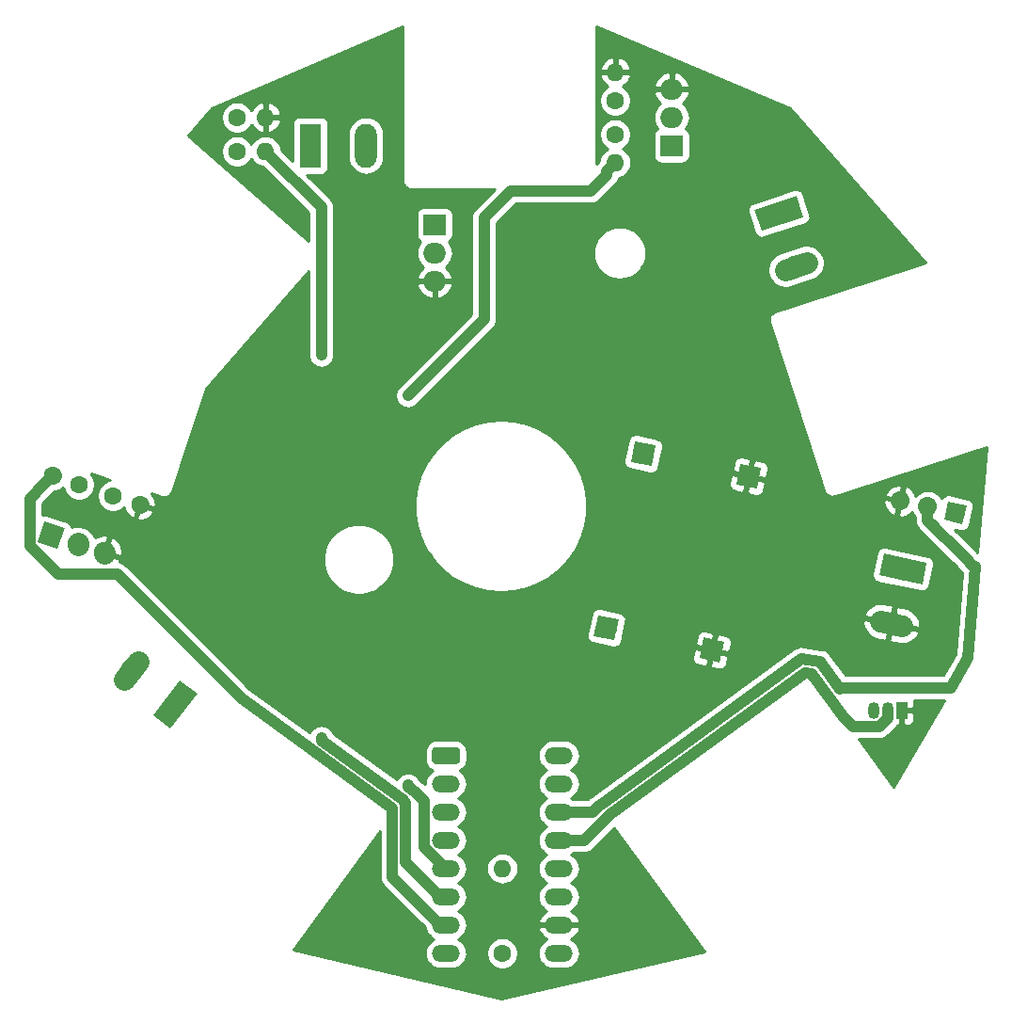
<source format=gbr>
G04 #@! TF.GenerationSoftware,KiCad,Pcbnew,5.1.4-e60b266~84~ubuntu18.04.1*
G04 #@! TF.CreationDate,2020-03-13T15:35:42+01:00*
G04 #@! TF.ProjectId,tree_lights,74726565-5f6c-4696-9768-74732e6b6963,rev?*
G04 #@! TF.SameCoordinates,Original*
G04 #@! TF.FileFunction,Copper,L2,Bot*
G04 #@! TF.FilePolarity,Positive*
%FSLAX46Y46*%
G04 Gerber Fmt 4.6, Leading zero omitted, Abs format (unit mm)*
G04 Created by KiCad (PCBNEW 5.1.4-e60b266~84~ubuntu18.04.1) date 2020-03-13 15:35:42*
%MOMM*%
%LPD*%
G04 APERTURE LIST*
%ADD10O,1.600000X1.600000*%
%ADD11C,1.600000*%
%ADD12C,1.980000*%
%ADD13C,1.980000*%
%ADD14C,0.100000*%
%ADD15O,1.980000X3.960000*%
%ADD16R,1.980000X3.960000*%
%ADD17R,2.000000X1.905000*%
%ADD18O,2.000000X1.905000*%
%ADD19C,1.600000*%
%ADD20C,1.900000*%
%ADD21O,1.050000X1.500000*%
%ADD22R,1.050000X1.500000*%
%ADD23C,1.524000*%
%ADD24O,2.524000X1.524000*%
%ADD25C,1.700000*%
%ADD26C,1.700000*%
%ADD27C,1.905000*%
%ADD28C,1.905000*%
%ADD29C,1.000000*%
%ADD30C,0.800000*%
%ADD31C,1.000000*%
%ADD32C,0.254000*%
G04 APERTURE END LIST*
D10*
X111760000Y-134112000D03*
D11*
X111760000Y-141732000D03*
D12*
X146788442Y-112078738D03*
D13*
X147756808Y-112284571D02*
X145820076Y-111872905D01*
D12*
X147828000Y-107188000D03*
D14*
G36*
X146097100Y-105807969D02*
G01*
X149970565Y-106631299D01*
X149558900Y-108568031D01*
X145685435Y-107744701D01*
X146097100Y-105807969D01*
X146097100Y-105807969D01*
G37*
D12*
X136652000Y-75184000D03*
D14*
G36*
X134462981Y-74854308D02*
G01*
X138229165Y-73630600D01*
X138841019Y-75513692D01*
X135074835Y-76737400D01*
X134462981Y-74854308D01*
X134462981Y-74854308D01*
G37*
D12*
X138197085Y-79939283D03*
D13*
X139138631Y-79633356D02*
X137255539Y-80245210D01*
D15*
X99488000Y-69088000D03*
D16*
X94488000Y-69088000D03*
D12*
X82296000Y-119380000D03*
D14*
G36*
X84295140Y-118429244D02*
G01*
X81857121Y-121549766D01*
X80296860Y-120330756D01*
X82734879Y-117210234D01*
X84295140Y-118429244D01*
X84295140Y-118429244D01*
G37*
D12*
X78355946Y-116301693D03*
D13*
X77746441Y-117081824D02*
X78965451Y-115521562D01*
D17*
X127000000Y-69088000D03*
D18*
X127000000Y-66548000D03*
X127000000Y-64008000D03*
D11*
X121920000Y-68072000D03*
D10*
X121920000Y-70612000D03*
D11*
X87884000Y-69596000D03*
D10*
X90424000Y-69596000D03*
D11*
X73660000Y-99568000D03*
X71244316Y-98783097D03*
D19*
X71244316Y-98783097D02*
X71244316Y-98783097D01*
D10*
X121920000Y-62484000D03*
D11*
X121920000Y-65024000D03*
D10*
X90424000Y-66548000D03*
D11*
X87884000Y-66548000D03*
X79123684Y-101368903D03*
D19*
X79123684Y-101368903D02*
X79123684Y-101368903D01*
D11*
X76708000Y-100584000D03*
D20*
X133941561Y-98822260D03*
D14*
G36*
X133209837Y-97695504D02*
G01*
X135068317Y-98090536D01*
X134673285Y-99949016D01*
X132814805Y-99553984D01*
X133209837Y-97695504D01*
X133209837Y-97695504D01*
G37*
D20*
X124453529Y-96805517D03*
D14*
G36*
X123721805Y-95678761D02*
G01*
X125580285Y-96073793D01*
X125185253Y-97932273D01*
X123326773Y-97537241D01*
X123721805Y-95678761D01*
X123721805Y-95678761D01*
G37*
D20*
X130614974Y-114472622D03*
D14*
G36*
X129883250Y-113345866D02*
G01*
X131741730Y-113740898D01*
X131346698Y-115599378D01*
X129488218Y-115204346D01*
X129883250Y-113345866D01*
X129883250Y-113345866D01*
G37*
D20*
X121126942Y-112455878D03*
D14*
G36*
X120395218Y-111329122D02*
G01*
X122253698Y-111724154D01*
X121858666Y-113582634D01*
X120000186Y-113187602D01*
X120395218Y-111329122D01*
X120395218Y-111329122D01*
G37*
D21*
X146431000Y-119888000D03*
X145161000Y-119888000D03*
D22*
X147701000Y-119888000D03*
D14*
G36*
X107598345Y-123191835D02*
G01*
X107635329Y-123197321D01*
X107671598Y-123206406D01*
X107706802Y-123219002D01*
X107740602Y-123234988D01*
X107772672Y-123254210D01*
X107802704Y-123276483D01*
X107830408Y-123301592D01*
X107855517Y-123329296D01*
X107877790Y-123359328D01*
X107897012Y-123391398D01*
X107912998Y-123425198D01*
X107925594Y-123460402D01*
X107934679Y-123496671D01*
X107940165Y-123533655D01*
X107942000Y-123571000D01*
X107942000Y-124333000D01*
X107940165Y-124370345D01*
X107934679Y-124407329D01*
X107925594Y-124443598D01*
X107912998Y-124478802D01*
X107897012Y-124512602D01*
X107877790Y-124544672D01*
X107855517Y-124574704D01*
X107830408Y-124602408D01*
X107802704Y-124627517D01*
X107772672Y-124649790D01*
X107740602Y-124669012D01*
X107706802Y-124684998D01*
X107671598Y-124697594D01*
X107635329Y-124706679D01*
X107598345Y-124712165D01*
X107561000Y-124714000D01*
X105799000Y-124714000D01*
X105761655Y-124712165D01*
X105724671Y-124706679D01*
X105688402Y-124697594D01*
X105653198Y-124684998D01*
X105619398Y-124669012D01*
X105587328Y-124649790D01*
X105557296Y-124627517D01*
X105529592Y-124602408D01*
X105504483Y-124574704D01*
X105482210Y-124544672D01*
X105462988Y-124512602D01*
X105447002Y-124478802D01*
X105434406Y-124443598D01*
X105425321Y-124407329D01*
X105419835Y-124370345D01*
X105418000Y-124333000D01*
X105418000Y-123571000D01*
X105419835Y-123533655D01*
X105425321Y-123496671D01*
X105434406Y-123460402D01*
X105447002Y-123425198D01*
X105462988Y-123391398D01*
X105482210Y-123359328D01*
X105504483Y-123329296D01*
X105529592Y-123301592D01*
X105557296Y-123276483D01*
X105587328Y-123254210D01*
X105619398Y-123234988D01*
X105653198Y-123219002D01*
X105688402Y-123206406D01*
X105724671Y-123197321D01*
X105761655Y-123191835D01*
X105799000Y-123190000D01*
X107561000Y-123190000D01*
X107598345Y-123191835D01*
X107598345Y-123191835D01*
G37*
D23*
X106680000Y-123952000D03*
D24*
X106680000Y-126492000D03*
X106680000Y-129032000D03*
X106680000Y-131572000D03*
X106680000Y-141732000D03*
X106680000Y-136652000D03*
X106680000Y-139192000D03*
X106680000Y-134112000D03*
X116840000Y-134112000D03*
X116840000Y-129032000D03*
X116840000Y-126492000D03*
X116840000Y-141732000D03*
X116840000Y-131572000D03*
X116840000Y-123952000D03*
X116840000Y-139192000D03*
X116840000Y-136652000D03*
D25*
X152527000Y-102108000D03*
D14*
G36*
X151872299Y-101099850D02*
G01*
X153535150Y-101453299D01*
X153181701Y-103116150D01*
X151518850Y-102762701D01*
X151872299Y-101099850D01*
X151872299Y-101099850D01*
G37*
D25*
X150042505Y-101579904D03*
D26*
X150042505Y-101579904D02*
X150042505Y-101579904D01*
D25*
X147558010Y-101051809D03*
D26*
X147558010Y-101051809D02*
X147558010Y-101051809D01*
D17*
X105664000Y-76200000D03*
D18*
X105664000Y-78740000D03*
X105664000Y-81280000D03*
D27*
X71120000Y-104140000D03*
D14*
G36*
X69905102Y-104796718D02*
G01*
X70523136Y-102894605D01*
X72334898Y-103483282D01*
X71716864Y-105385395D01*
X69905102Y-104796718D01*
X69905102Y-104796718D01*
G37*
D27*
X73535684Y-104924903D03*
D28*
X73550362Y-104879728D02*
X73521006Y-104970078D01*
D27*
X75951367Y-105709806D03*
D28*
X75966045Y-105664631D02*
X75936689Y-105754981D01*
D29*
X103251000Y-91567000D03*
X103251000Y-126619000D03*
D30*
X95457503Y-87930497D03*
D29*
X95457503Y-87930497D03*
X95457503Y-122347497D03*
D31*
X103969662Y-127274445D02*
X103251000Y-126752300D01*
X104717990Y-128022773D02*
X103969662Y-127274445D01*
X104717990Y-132177584D02*
X104717990Y-128022773D01*
X106680000Y-134112000D02*
X106652406Y-134112000D01*
X106652406Y-134112000D02*
X104717990Y-132177584D01*
X103251000Y-126752300D02*
X103251000Y-126619000D01*
X103251000Y-91567000D02*
X110109000Y-84709000D01*
X110109000Y-84709000D02*
X110109000Y-75565000D01*
X110109000Y-75565000D02*
X112522000Y-73152000D01*
X119739082Y-73152000D02*
X121120001Y-71771081D01*
X112522000Y-73152000D02*
X119739082Y-73152000D01*
X121120001Y-71411999D02*
X121120001Y-71771081D01*
X121920000Y-70612000D02*
X121120001Y-71411999D01*
X103251000Y-91567000D02*
X103251000Y-91567000D01*
X103251000Y-91567000D02*
X103251000Y-91567000D01*
X106180000Y-136652000D02*
X106680000Y-136652000D01*
X103058389Y-133530389D02*
X106180000Y-136652000D01*
X103058388Y-128238381D02*
X103058389Y-133530389D01*
X90424000Y-69596000D02*
X95457503Y-74629503D01*
X95457503Y-74629503D02*
X95457503Y-87930497D01*
X95473841Y-122585159D02*
X102862181Y-127953102D01*
X102862181Y-127953102D02*
X102878943Y-128058936D01*
X95457503Y-122568821D02*
X95473841Y-122585159D01*
X102878943Y-128058936D02*
X103058388Y-128238381D01*
X95457503Y-87930497D02*
X95457503Y-87930497D01*
X95457503Y-122347497D02*
X95457503Y-122568821D01*
X101858379Y-128735442D02*
X101754703Y-128631766D01*
X101858379Y-134870379D02*
X101858379Y-128735442D01*
X106680000Y-139192000D02*
X106180000Y-139192000D01*
X106180000Y-139192000D02*
X101858379Y-134870379D01*
X101754703Y-128631766D02*
X88274257Y-118837650D01*
X70444317Y-99583096D02*
X71244316Y-98783097D01*
X69205092Y-100822321D02*
X70444317Y-99583096D01*
X71791837Y-107673418D02*
X69205092Y-105086673D01*
X69205092Y-105086673D02*
X69205092Y-100822321D01*
X77110025Y-107673418D02*
X71791837Y-107673418D01*
X88274257Y-118837650D02*
X77110025Y-107673418D01*
X143302648Y-121338010D02*
X145668415Y-121338010D01*
X145668415Y-121338010D02*
X146431000Y-120575425D01*
X116840000Y-131572000D02*
X119131367Y-131572000D01*
X119131367Y-131572000D02*
X121464322Y-129239045D01*
X146431000Y-120575425D02*
X146431000Y-119888000D01*
X121464322Y-129239045D02*
X138989853Y-116506003D01*
X138989853Y-116506003D02*
X139644445Y-116609679D01*
X139644445Y-116609679D02*
X142487638Y-120523000D01*
X142487638Y-120523000D02*
X143302648Y-121338010D01*
X150042505Y-102781985D02*
X150042505Y-101579904D01*
X150670575Y-103410055D02*
X150042505Y-102781985D01*
X150042505Y-102781985D02*
X150042505Y-101925495D01*
X154366393Y-106917446D02*
X154177966Y-106917446D01*
X153410719Y-106150199D02*
X150042505Y-102781985D01*
X152091754Y-117856000D02*
X153655525Y-115188296D01*
X142281484Y-117856000D02*
X152091754Y-117856000D01*
X142137704Y-117999780D02*
X142281484Y-117856000D01*
X140323109Y-115502202D02*
X142137704Y-117999780D01*
X154177966Y-106917446D02*
X153410719Y-106150199D01*
X153655525Y-115188296D02*
X154366393Y-106917446D01*
X121191442Y-127954010D02*
X138686633Y-115243011D01*
X138686633Y-115243011D02*
X140323109Y-115502202D01*
X120356844Y-128560381D02*
X121191442Y-127954011D01*
X116840000Y-129032000D02*
X119885225Y-129032000D01*
X119885225Y-129032000D02*
X120356844Y-128560381D01*
D32*
G36*
X137644304Y-65723855D02*
G01*
X149838902Y-79592154D01*
X136294512Y-83992993D01*
X136259076Y-84000768D01*
X136225836Y-84015307D01*
X136225837Y-84015307D01*
X136126428Y-84058789D01*
X136007649Y-84141574D01*
X135907302Y-84245941D01*
X135829244Y-84367879D01*
X135776475Y-84502702D01*
X135751023Y-84645230D01*
X135753866Y-84789984D01*
X135784894Y-84931402D01*
X135799434Y-84964643D01*
X140721391Y-100112876D01*
X140729165Y-100148306D01*
X140743702Y-100181540D01*
X140743703Y-100181544D01*
X140787185Y-100280953D01*
X140869970Y-100399733D01*
X140974337Y-100500080D01*
X141032278Y-100537170D01*
X141096276Y-100578138D01*
X141231099Y-100630907D01*
X141373627Y-100656359D01*
X141518381Y-100653516D01*
X141621427Y-100630907D01*
X141659799Y-100622488D01*
X141693037Y-100607949D01*
X142323756Y-100403016D01*
X146222231Y-100403016D01*
X146292464Y-100652972D01*
X147460190Y-100901179D01*
X147708261Y-99734098D01*
X147508619Y-99567631D01*
X147355343Y-99580700D01*
X147072238Y-99648505D01*
X146807801Y-99770238D01*
X146572194Y-99941222D01*
X146374471Y-100154885D01*
X146222231Y-100403016D01*
X142323756Y-100403016D01*
X155355477Y-96168755D01*
X154538605Y-105672954D01*
X154252711Y-105387060D01*
X154252707Y-105387055D01*
X152486321Y-103620670D01*
X153049039Y-103740279D01*
X153173349Y-103754167D01*
X153297981Y-103743537D01*
X153418144Y-103708797D01*
X153529220Y-103651282D01*
X153626942Y-103573202D01*
X153707553Y-103477558D01*
X153767956Y-103368025D01*
X153805830Y-103248812D01*
X154159279Y-101585961D01*
X154173167Y-101461651D01*
X154162537Y-101337019D01*
X154127797Y-101216856D01*
X154070282Y-101105780D01*
X153992202Y-101008058D01*
X153896558Y-100927447D01*
X153787025Y-100867044D01*
X153667812Y-100829170D01*
X152004961Y-100475721D01*
X151880651Y-100461833D01*
X151756019Y-100472463D01*
X151635856Y-100507203D01*
X151524780Y-100564718D01*
X151427058Y-100642798D01*
X151346447Y-100738442D01*
X151310957Y-100802799D01*
X151283211Y-100750890D01*
X151097639Y-100524770D01*
X150871519Y-100339198D01*
X150613539Y-100201305D01*
X150333616Y-100116391D01*
X150115455Y-100094904D01*
X149969555Y-100094904D01*
X149751394Y-100116391D01*
X149471471Y-100201305D01*
X149213491Y-100339198D01*
X148987371Y-100524770D01*
X148953703Y-100565795D01*
X148910315Y-100438205D01*
X148764622Y-100186174D01*
X148572560Y-99967408D01*
X148341509Y-99790316D01*
X148206801Y-99716034D01*
X147956710Y-99786907D01*
X147708640Y-100953989D01*
X147728203Y-100958147D01*
X147675392Y-101206597D01*
X147655830Y-101202439D01*
X147407759Y-102369520D01*
X147607401Y-102535987D01*
X147760677Y-102522918D01*
X148043782Y-102455113D01*
X148308219Y-102333380D01*
X148543826Y-102162396D01*
X148636879Y-102061842D01*
X148663906Y-102150938D01*
X148801799Y-102408918D01*
X148907505Y-102537721D01*
X148907505Y-102726234D01*
X148902014Y-102781985D01*
X148907505Y-102837736D01*
X148923928Y-103004483D01*
X148988829Y-103218431D01*
X149094221Y-103415608D01*
X149236056Y-103588434D01*
X149279370Y-103623981D01*
X152647575Y-106992187D01*
X152647580Y-106992191D01*
X153175418Y-107520030D01*
X152546656Y-114835575D01*
X151441448Y-116721000D01*
X142611553Y-116721000D01*
X141274114Y-114880171D01*
X141245785Y-114831838D01*
X141097275Y-114664713D01*
X140919013Y-114529774D01*
X140717852Y-114432203D01*
X140583628Y-114397178D01*
X140501521Y-114375753D01*
X140445592Y-114372454D01*
X138919263Y-114130709D01*
X138865045Y-114116561D01*
X138641857Y-114103399D01*
X138420391Y-114134032D01*
X138217498Y-114204389D01*
X138209155Y-114207282D01*
X138016269Y-114320335D01*
X137974393Y-114357547D01*
X120479202Y-127068546D01*
X120479196Y-127068551D01*
X119752907Y-127596231D01*
X119723222Y-127612098D01*
X119662666Y-127661795D01*
X119644605Y-127674917D01*
X119619581Y-127697154D01*
X119593701Y-127718393D01*
X119577914Y-127734180D01*
X119519357Y-127786215D01*
X119499042Y-127813052D01*
X119415094Y-127897000D01*
X118159102Y-127897000D01*
X118119887Y-127864817D01*
X117927529Y-127762000D01*
X118119887Y-127659183D01*
X118332608Y-127484608D01*
X118507183Y-127271887D01*
X118636904Y-127029195D01*
X118716786Y-126765860D01*
X118743759Y-126492000D01*
X118716786Y-126218140D01*
X118636904Y-125954805D01*
X118507183Y-125712113D01*
X118332608Y-125499392D01*
X118119887Y-125324817D01*
X117927529Y-125222000D01*
X118119887Y-125119183D01*
X118332608Y-124944608D01*
X118507183Y-124731887D01*
X118636904Y-124489195D01*
X118716786Y-124225860D01*
X118743759Y-123952000D01*
X118716786Y-123678140D01*
X118636904Y-123414805D01*
X118507183Y-123172113D01*
X118332608Y-122959392D01*
X118119887Y-122784817D01*
X117877195Y-122655096D01*
X117613860Y-122575214D01*
X117408625Y-122555000D01*
X116271375Y-122555000D01*
X116066140Y-122575214D01*
X115802805Y-122655096D01*
X115560113Y-122784817D01*
X115347392Y-122959392D01*
X115172817Y-123172113D01*
X115043096Y-123414805D01*
X114963214Y-123678140D01*
X114936241Y-123952000D01*
X114963214Y-124225860D01*
X115043096Y-124489195D01*
X115172817Y-124731887D01*
X115347392Y-124944608D01*
X115560113Y-125119183D01*
X115752471Y-125222000D01*
X115560113Y-125324817D01*
X115347392Y-125499392D01*
X115172817Y-125712113D01*
X115043096Y-125954805D01*
X114963214Y-126218140D01*
X114936241Y-126492000D01*
X114963214Y-126765860D01*
X115043096Y-127029195D01*
X115172817Y-127271887D01*
X115347392Y-127484608D01*
X115560113Y-127659183D01*
X115752471Y-127762000D01*
X115560113Y-127864817D01*
X115347392Y-128039392D01*
X115172817Y-128252113D01*
X115043096Y-128494805D01*
X114963214Y-128758140D01*
X114936241Y-129032000D01*
X114963214Y-129305860D01*
X115043096Y-129569195D01*
X115172817Y-129811887D01*
X115347392Y-130024608D01*
X115560113Y-130199183D01*
X115752471Y-130302000D01*
X115560113Y-130404817D01*
X115347392Y-130579392D01*
X115172817Y-130792113D01*
X115043096Y-131034805D01*
X114963214Y-131298140D01*
X114936241Y-131572000D01*
X114963214Y-131845860D01*
X115043096Y-132109195D01*
X115172817Y-132351887D01*
X115347392Y-132564608D01*
X115560113Y-132739183D01*
X115752471Y-132842000D01*
X115560113Y-132944817D01*
X115347392Y-133119392D01*
X115172817Y-133332113D01*
X115043096Y-133574805D01*
X114963214Y-133838140D01*
X114936241Y-134112000D01*
X114963214Y-134385860D01*
X115043096Y-134649195D01*
X115172817Y-134891887D01*
X115347392Y-135104608D01*
X115560113Y-135279183D01*
X115752471Y-135382000D01*
X115560113Y-135484817D01*
X115347392Y-135659392D01*
X115172817Y-135872113D01*
X115043096Y-136114805D01*
X114963214Y-136378140D01*
X114936241Y-136652000D01*
X114963214Y-136925860D01*
X115043096Y-137189195D01*
X115172817Y-137431887D01*
X115347392Y-137644608D01*
X115560113Y-137819183D01*
X115754413Y-137923038D01*
X115688058Y-137949941D01*
X115458271Y-138100994D01*
X115262368Y-138293974D01*
X115107878Y-138521465D01*
X115000738Y-138774724D01*
X114985780Y-138848930D01*
X115108280Y-139065000D01*
X116713000Y-139065000D01*
X116713000Y-139045000D01*
X116967000Y-139045000D01*
X116967000Y-139065000D01*
X118571720Y-139065000D01*
X118694220Y-138848930D01*
X118679262Y-138774724D01*
X118572122Y-138521465D01*
X118417632Y-138293974D01*
X118221729Y-138100994D01*
X117991942Y-137949941D01*
X117925587Y-137923038D01*
X118119887Y-137819183D01*
X118332608Y-137644608D01*
X118507183Y-137431887D01*
X118636904Y-137189195D01*
X118716786Y-136925860D01*
X118743759Y-136652000D01*
X118716786Y-136378140D01*
X118636904Y-136114805D01*
X118507183Y-135872113D01*
X118332608Y-135659392D01*
X118119887Y-135484817D01*
X117927529Y-135382000D01*
X118119887Y-135279183D01*
X118332608Y-135104608D01*
X118507183Y-134891887D01*
X118636904Y-134649195D01*
X118716786Y-134385860D01*
X118743759Y-134112000D01*
X118716786Y-133838140D01*
X118636904Y-133574805D01*
X118507183Y-133332113D01*
X118332608Y-133119392D01*
X118119887Y-132944817D01*
X117927529Y-132842000D01*
X118119887Y-132739183D01*
X118159102Y-132707000D01*
X119075616Y-132707000D01*
X119131367Y-132712491D01*
X119187118Y-132707000D01*
X119187119Y-132707000D01*
X119353866Y-132690577D01*
X119567814Y-132625676D01*
X119764990Y-132520284D01*
X119937816Y-132378449D01*
X119973363Y-132335136D01*
X121850810Y-130457689D01*
X129943691Y-141596586D01*
X111630662Y-145784473D01*
X92956709Y-141427855D01*
X100723380Y-130737950D01*
X100723379Y-134814627D01*
X100717888Y-134870379D01*
X100723379Y-134926130D01*
X100739802Y-135092877D01*
X100804703Y-135306825D01*
X100910095Y-135504002D01*
X101051930Y-135676828D01*
X101095244Y-135712375D01*
X104798241Y-139415373D01*
X104803214Y-139465860D01*
X104883096Y-139729195D01*
X105012817Y-139971887D01*
X105187392Y-140184608D01*
X105400113Y-140359183D01*
X105592471Y-140462000D01*
X105400113Y-140564817D01*
X105187392Y-140739392D01*
X105012817Y-140952113D01*
X104883096Y-141194805D01*
X104803214Y-141458140D01*
X104776241Y-141732000D01*
X104803214Y-142005860D01*
X104883096Y-142269195D01*
X105012817Y-142511887D01*
X105187392Y-142724608D01*
X105400113Y-142899183D01*
X105642805Y-143028904D01*
X105906140Y-143108786D01*
X106111375Y-143129000D01*
X107248625Y-143129000D01*
X107453860Y-143108786D01*
X107717195Y-143028904D01*
X107959887Y-142899183D01*
X108172608Y-142724608D01*
X108347183Y-142511887D01*
X108476904Y-142269195D01*
X108556786Y-142005860D01*
X108583759Y-141732000D01*
X108569839Y-141590665D01*
X110325000Y-141590665D01*
X110325000Y-141873335D01*
X110380147Y-142150574D01*
X110488320Y-142411727D01*
X110645363Y-142646759D01*
X110845241Y-142846637D01*
X111080273Y-143003680D01*
X111341426Y-143111853D01*
X111618665Y-143167000D01*
X111901335Y-143167000D01*
X112178574Y-143111853D01*
X112439727Y-143003680D01*
X112674759Y-142846637D01*
X112874637Y-142646759D01*
X113031680Y-142411727D01*
X113139853Y-142150574D01*
X113195000Y-141873335D01*
X113195000Y-141732000D01*
X114936241Y-141732000D01*
X114963214Y-142005860D01*
X115043096Y-142269195D01*
X115172817Y-142511887D01*
X115347392Y-142724608D01*
X115560113Y-142899183D01*
X115802805Y-143028904D01*
X116066140Y-143108786D01*
X116271375Y-143129000D01*
X117408625Y-143129000D01*
X117613860Y-143108786D01*
X117877195Y-143028904D01*
X118119887Y-142899183D01*
X118332608Y-142724608D01*
X118507183Y-142511887D01*
X118636904Y-142269195D01*
X118716786Y-142005860D01*
X118743759Y-141732000D01*
X118716786Y-141458140D01*
X118636904Y-141194805D01*
X118507183Y-140952113D01*
X118332608Y-140739392D01*
X118119887Y-140564817D01*
X117925587Y-140460962D01*
X117991942Y-140434059D01*
X118221729Y-140283006D01*
X118417632Y-140090026D01*
X118572122Y-139862535D01*
X118679262Y-139609276D01*
X118694220Y-139535070D01*
X118571720Y-139319000D01*
X116967000Y-139319000D01*
X116967000Y-139339000D01*
X116713000Y-139339000D01*
X116713000Y-139319000D01*
X115108280Y-139319000D01*
X114985780Y-139535070D01*
X115000738Y-139609276D01*
X115107878Y-139862535D01*
X115262368Y-140090026D01*
X115458271Y-140283006D01*
X115688058Y-140434059D01*
X115754413Y-140460962D01*
X115560113Y-140564817D01*
X115347392Y-140739392D01*
X115172817Y-140952113D01*
X115043096Y-141194805D01*
X114963214Y-141458140D01*
X114936241Y-141732000D01*
X113195000Y-141732000D01*
X113195000Y-141590665D01*
X113139853Y-141313426D01*
X113031680Y-141052273D01*
X112874637Y-140817241D01*
X112674759Y-140617363D01*
X112439727Y-140460320D01*
X112178574Y-140352147D01*
X111901335Y-140297000D01*
X111618665Y-140297000D01*
X111341426Y-140352147D01*
X111080273Y-140460320D01*
X110845241Y-140617363D01*
X110645363Y-140817241D01*
X110488320Y-141052273D01*
X110380147Y-141313426D01*
X110325000Y-141590665D01*
X108569839Y-141590665D01*
X108556786Y-141458140D01*
X108476904Y-141194805D01*
X108347183Y-140952113D01*
X108172608Y-140739392D01*
X107959887Y-140564817D01*
X107767529Y-140462000D01*
X107959887Y-140359183D01*
X108172608Y-140184608D01*
X108347183Y-139971887D01*
X108476904Y-139729195D01*
X108556786Y-139465860D01*
X108583759Y-139192000D01*
X108556786Y-138918140D01*
X108476904Y-138654805D01*
X108347183Y-138412113D01*
X108172608Y-138199392D01*
X107959887Y-138024817D01*
X107767529Y-137922000D01*
X107959887Y-137819183D01*
X108172608Y-137644608D01*
X108347183Y-137431887D01*
X108476904Y-137189195D01*
X108556786Y-136925860D01*
X108583759Y-136652000D01*
X108556786Y-136378140D01*
X108476904Y-136114805D01*
X108347183Y-135872113D01*
X108172608Y-135659392D01*
X107959887Y-135484817D01*
X107767529Y-135382000D01*
X107959887Y-135279183D01*
X108172608Y-135104608D01*
X108347183Y-134891887D01*
X108476904Y-134649195D01*
X108556786Y-134385860D01*
X108583759Y-134112000D01*
X110318057Y-134112000D01*
X110345764Y-134393309D01*
X110427818Y-134663808D01*
X110561068Y-134913101D01*
X110740392Y-135131608D01*
X110958899Y-135310932D01*
X111208192Y-135444182D01*
X111478691Y-135526236D01*
X111689508Y-135547000D01*
X111830492Y-135547000D01*
X112041309Y-135526236D01*
X112311808Y-135444182D01*
X112561101Y-135310932D01*
X112779608Y-135131608D01*
X112958932Y-134913101D01*
X113092182Y-134663808D01*
X113174236Y-134393309D01*
X113201943Y-134112000D01*
X113174236Y-133830691D01*
X113092182Y-133560192D01*
X112958932Y-133310899D01*
X112779608Y-133092392D01*
X112561101Y-132913068D01*
X112311808Y-132779818D01*
X112041309Y-132697764D01*
X111830492Y-132677000D01*
X111689508Y-132677000D01*
X111478691Y-132697764D01*
X111208192Y-132779818D01*
X110958899Y-132913068D01*
X110740392Y-133092392D01*
X110561068Y-133310899D01*
X110427818Y-133560192D01*
X110345764Y-133830691D01*
X110318057Y-134112000D01*
X108583759Y-134112000D01*
X108556786Y-133838140D01*
X108476904Y-133574805D01*
X108347183Y-133332113D01*
X108172608Y-133119392D01*
X107959887Y-132944817D01*
X107767529Y-132842000D01*
X107959887Y-132739183D01*
X108172608Y-132564608D01*
X108347183Y-132351887D01*
X108476904Y-132109195D01*
X108556786Y-131845860D01*
X108583759Y-131572000D01*
X108556786Y-131298140D01*
X108476904Y-131034805D01*
X108347183Y-130792113D01*
X108172608Y-130579392D01*
X107959887Y-130404817D01*
X107767529Y-130302000D01*
X107959887Y-130199183D01*
X108172608Y-130024608D01*
X108347183Y-129811887D01*
X108476904Y-129569195D01*
X108556786Y-129305860D01*
X108583759Y-129032000D01*
X108556786Y-128758140D01*
X108476904Y-128494805D01*
X108347183Y-128252113D01*
X108172608Y-128039392D01*
X107959887Y-127864817D01*
X107767529Y-127762000D01*
X107959887Y-127659183D01*
X108172608Y-127484608D01*
X108347183Y-127271887D01*
X108476904Y-127029195D01*
X108556786Y-126765860D01*
X108583759Y-126492000D01*
X108556786Y-126218140D01*
X108476904Y-125954805D01*
X108347183Y-125712113D01*
X108172608Y-125499392D01*
X107959887Y-125324817D01*
X107896608Y-125290994D01*
X107950982Y-125274500D01*
X108127166Y-125180327D01*
X108281593Y-125053593D01*
X108408327Y-124899166D01*
X108502500Y-124722982D01*
X108560491Y-124531811D01*
X108580072Y-124333000D01*
X108580072Y-123571000D01*
X108560491Y-123372189D01*
X108502500Y-123181018D01*
X108408327Y-123004834D01*
X108281593Y-122850407D01*
X108127166Y-122723673D01*
X107950982Y-122629500D01*
X107759811Y-122571509D01*
X107561000Y-122551928D01*
X105799000Y-122551928D01*
X105600189Y-122571509D01*
X105409018Y-122629500D01*
X105232834Y-122723673D01*
X105078407Y-122850407D01*
X104951673Y-123004834D01*
X104857500Y-123181018D01*
X104799509Y-123372189D01*
X104779928Y-123571000D01*
X104779928Y-124333000D01*
X104799509Y-124531811D01*
X104857500Y-124722982D01*
X104951673Y-124899166D01*
X105078407Y-125053593D01*
X105232834Y-125180327D01*
X105409018Y-125274500D01*
X105463392Y-125290994D01*
X105400113Y-125324817D01*
X105187392Y-125499392D01*
X105012817Y-125712113D01*
X104883096Y-125954805D01*
X104803214Y-126218140D01*
X104777979Y-126474357D01*
X104748589Y-126448241D01*
X104732805Y-126432457D01*
X104706930Y-126411222D01*
X104681907Y-126388986D01*
X104663845Y-126375863D01*
X104603284Y-126326162D01*
X104573601Y-126310296D01*
X104255220Y-126078976D01*
X104225693Y-126034785D01*
X104199284Y-125985377D01*
X104163741Y-125942068D01*
X104132612Y-125895480D01*
X104092991Y-125855859D01*
X104057449Y-125812551D01*
X104014141Y-125777009D01*
X103974520Y-125737388D01*
X103927932Y-125706259D01*
X103884623Y-125670716D01*
X103835214Y-125644307D01*
X103788624Y-125613176D01*
X103736851Y-125591731D01*
X103687447Y-125565324D01*
X103633842Y-125549063D01*
X103582067Y-125527617D01*
X103527106Y-125516685D01*
X103473499Y-125500423D01*
X103417747Y-125494932D01*
X103362788Y-125484000D01*
X103306752Y-125484000D01*
X103251000Y-125478509D01*
X103195249Y-125484000D01*
X103139212Y-125484000D01*
X103084252Y-125494932D01*
X103028502Y-125500423D01*
X102974897Y-125516684D01*
X102919933Y-125527617D01*
X102868155Y-125549064D01*
X102814554Y-125565324D01*
X102765153Y-125591729D01*
X102713376Y-125613176D01*
X102666782Y-125644309D01*
X102617378Y-125670716D01*
X102574072Y-125706256D01*
X102527480Y-125737388D01*
X102487858Y-125777010D01*
X102444551Y-125812551D01*
X102409009Y-125855859D01*
X102369388Y-125895480D01*
X102338259Y-125942068D01*
X102302716Y-125985377D01*
X102276307Y-126034786D01*
X102245176Y-126081376D01*
X102238646Y-126097140D01*
X96520846Y-121942916D01*
X96511179Y-121911050D01*
X96484772Y-121861646D01*
X96463327Y-121809873D01*
X96432196Y-121763283D01*
X96405787Y-121713874D01*
X96370244Y-121670565D01*
X96339115Y-121623977D01*
X96299494Y-121584356D01*
X96263952Y-121541048D01*
X96220644Y-121505506D01*
X96181023Y-121465885D01*
X96134435Y-121434756D01*
X96091126Y-121399213D01*
X96041718Y-121372804D01*
X95995127Y-121341673D01*
X95943351Y-121320227D01*
X95893949Y-121293821D01*
X95840348Y-121277561D01*
X95788570Y-121256114D01*
X95733606Y-121245181D01*
X95680001Y-121228920D01*
X95624251Y-121223429D01*
X95569291Y-121212497D01*
X95513254Y-121212497D01*
X95457503Y-121207006D01*
X95401751Y-121212497D01*
X95345715Y-121212497D01*
X95290756Y-121223429D01*
X95235004Y-121228920D01*
X95181397Y-121245182D01*
X95126436Y-121256114D01*
X95074661Y-121277560D01*
X95021056Y-121293821D01*
X94971652Y-121320228D01*
X94919879Y-121341673D01*
X94873289Y-121372804D01*
X94823880Y-121399213D01*
X94780571Y-121434756D01*
X94733983Y-121465885D01*
X94694362Y-121505506D01*
X94651054Y-121541048D01*
X94615512Y-121584356D01*
X94575891Y-121623977D01*
X94544762Y-121670565D01*
X94509219Y-121713874D01*
X94482810Y-121763282D01*
X94451679Y-121809873D01*
X94430233Y-121861649D01*
X94412661Y-121894524D01*
X89013663Y-117971924D01*
X86237733Y-115195994D01*
X128850200Y-115195994D01*
X128860830Y-115320626D01*
X128895571Y-115440789D01*
X128953086Y-115551865D01*
X129031165Y-115649586D01*
X129126809Y-115730198D01*
X129236342Y-115790601D01*
X129355555Y-115828475D01*
X130005928Y-115963575D01*
X130112894Y-115894110D01*
X130442665Y-115894110D01*
X130564940Y-116082397D01*
X131214035Y-116223507D01*
X131338346Y-116237396D01*
X131462978Y-116226766D01*
X131583141Y-116192025D01*
X131694217Y-116134510D01*
X131791938Y-116056431D01*
X131872550Y-115960787D01*
X131932953Y-115851254D01*
X131970827Y-115732041D01*
X132105927Y-115081668D01*
X131983652Y-114893381D01*
X130712794Y-114623252D01*
X130442665Y-115894110D01*
X130112894Y-115894110D01*
X130194215Y-115841300D01*
X130464344Y-114570442D01*
X129543930Y-114374802D01*
X130765604Y-114374802D01*
X132036462Y-114644931D01*
X132224749Y-114522656D01*
X132365859Y-113873561D01*
X132379748Y-113749250D01*
X132375090Y-113694633D01*
X146574810Y-113694633D01*
X147543176Y-113900465D01*
X147862527Y-113911094D01*
X148177815Y-113859217D01*
X148476923Y-113746826D01*
X148748359Y-113578241D01*
X148981688Y-113359942D01*
X149167947Y-113100317D01*
X149223724Y-112983702D01*
X149159223Y-112712500D01*
X146886262Y-112229368D01*
X146574810Y-113694633D01*
X132375090Y-113694633D01*
X132369118Y-113624618D01*
X132334377Y-113504455D01*
X132276862Y-113393379D01*
X132198783Y-113295658D01*
X132103139Y-113215046D01*
X131993606Y-113154643D01*
X131874393Y-113116769D01*
X131224020Y-112981669D01*
X131035733Y-113103944D01*
X130765604Y-114374802D01*
X129543930Y-114374802D01*
X129193486Y-114300313D01*
X129005199Y-114422588D01*
X128864089Y-115071683D01*
X128850200Y-115195994D01*
X86237733Y-115195994D01*
X84220989Y-113179250D01*
X119362169Y-113179250D01*
X119372799Y-113303881D01*
X119407539Y-113424044D01*
X119465054Y-113535121D01*
X119543134Y-113632843D01*
X119638778Y-113713454D01*
X119748311Y-113773857D01*
X119867523Y-113811731D01*
X121726003Y-114206763D01*
X121850314Y-114220651D01*
X121974945Y-114210021D01*
X122095108Y-114175281D01*
X122206185Y-114117766D01*
X122303907Y-114039686D01*
X122384518Y-113944042D01*
X122428891Y-113863576D01*
X129124021Y-113863576D01*
X129246296Y-114051863D01*
X130517154Y-114321992D01*
X130787283Y-113051134D01*
X130665008Y-112862847D01*
X130015913Y-112721737D01*
X129891602Y-112707848D01*
X129766970Y-112718478D01*
X129646807Y-112753219D01*
X129535731Y-112810734D01*
X129438010Y-112888813D01*
X129357398Y-112984457D01*
X129296995Y-113093990D01*
X129259121Y-113213203D01*
X129124021Y-113863576D01*
X122428891Y-113863576D01*
X122444921Y-113834509D01*
X122482795Y-113715297D01*
X122865471Y-111914946D01*
X144195619Y-111914946D01*
X144199143Y-112044165D01*
X144263699Y-112357102D01*
X144388066Y-112651433D01*
X144567465Y-112915845D01*
X144795001Y-113140177D01*
X145061930Y-113315809D01*
X145357995Y-113435990D01*
X146326361Y-113641823D01*
X146637812Y-112176558D01*
X145717399Y-111980918D01*
X146939072Y-111980918D01*
X149212032Y-112464051D01*
X149381265Y-112242530D01*
X149377741Y-112113311D01*
X149313185Y-111800374D01*
X149188818Y-111506043D01*
X149009419Y-111241631D01*
X148781883Y-111017299D01*
X148514954Y-110841667D01*
X148218889Y-110721486D01*
X147250523Y-110515653D01*
X146939072Y-111980918D01*
X145717399Y-111980918D01*
X144364852Y-111693425D01*
X144195619Y-111914946D01*
X122865471Y-111914946D01*
X122877827Y-111856817D01*
X122891715Y-111732506D01*
X122881085Y-111607875D01*
X122846345Y-111487712D01*
X122788830Y-111376635D01*
X122710750Y-111278913D01*
X122615106Y-111198302D01*
X122570628Y-111173774D01*
X144353160Y-111173774D01*
X144417661Y-111444976D01*
X146690622Y-111928108D01*
X147002074Y-110462843D01*
X146033708Y-110257011D01*
X145714357Y-110246382D01*
X145399069Y-110298259D01*
X145099961Y-110410650D01*
X144828525Y-110579235D01*
X144595196Y-110797534D01*
X144408937Y-111057159D01*
X144353160Y-111173774D01*
X122570628Y-111173774D01*
X122505573Y-111137899D01*
X122386361Y-111100025D01*
X120527881Y-110704993D01*
X120403570Y-110691105D01*
X120278939Y-110701735D01*
X120158776Y-110736475D01*
X120047699Y-110793990D01*
X119949977Y-110872070D01*
X119869366Y-110967714D01*
X119808963Y-111077247D01*
X119771089Y-111196459D01*
X119376057Y-113054939D01*
X119362169Y-113179250D01*
X84220989Y-113179250D01*
X77952021Y-106910283D01*
X77916474Y-106866969D01*
X77743648Y-106725134D01*
X77546472Y-106619742D01*
X77332524Y-106554841D01*
X77307064Y-106552333D01*
X77312236Y-106545082D01*
X77267919Y-106271116D01*
X76032906Y-105869835D01*
X76026726Y-105888856D01*
X75785157Y-105810367D01*
X75791338Y-105791345D01*
X75772317Y-105785165D01*
X75823295Y-105628267D01*
X76111396Y-105628267D01*
X77346410Y-106029547D01*
X77390990Y-105985259D01*
X95639657Y-105985259D01*
X95639657Y-106612741D01*
X95762073Y-107228166D01*
X96002200Y-107807883D01*
X96350810Y-108329616D01*
X96794506Y-108773312D01*
X97316239Y-109121922D01*
X97895956Y-109362049D01*
X98511381Y-109484465D01*
X99138863Y-109484465D01*
X99754288Y-109362049D01*
X100334005Y-109121922D01*
X100855738Y-108773312D01*
X101299434Y-108329616D01*
X101648044Y-107807883D01*
X101888171Y-107228166D01*
X102010587Y-106612741D01*
X102010587Y-105985259D01*
X101888171Y-105369834D01*
X101648044Y-104790117D01*
X101299434Y-104268384D01*
X100855738Y-103824688D01*
X100334005Y-103476078D01*
X99754288Y-103235951D01*
X99138863Y-103113535D01*
X98511381Y-103113535D01*
X97895956Y-103235951D01*
X97316239Y-103476078D01*
X96794506Y-103824688D01*
X96350810Y-104268384D01*
X96002200Y-104790117D01*
X95762073Y-105369834D01*
X95639657Y-105985259D01*
X77390990Y-105985259D01*
X77543296Y-105833952D01*
X77546023Y-105522992D01*
X77488031Y-105217476D01*
X77371551Y-104929144D01*
X77201058Y-104669076D01*
X76983104Y-104447266D01*
X76797603Y-104312348D01*
X76526590Y-104350433D01*
X76111396Y-105628267D01*
X75823295Y-105628267D01*
X75850806Y-105543596D01*
X75869828Y-105549777D01*
X76285021Y-104271943D01*
X76088153Y-104081834D01*
X75858776Y-104081950D01*
X75552072Y-104133288D01*
X75261276Y-104243474D01*
X75056247Y-104371602D01*
X74971674Y-104155525D01*
X74803079Y-103892155D01*
X74586342Y-103666739D01*
X74329793Y-103487936D01*
X74043292Y-103362619D01*
X73737847Y-103295604D01*
X73425198Y-103289466D01*
X73117358Y-103344440D01*
X72965746Y-103403781D01*
X72949014Y-103310083D01*
X72903424Y-103193603D01*
X72835987Y-103088255D01*
X72749293Y-102998088D01*
X72646673Y-102926567D01*
X72532073Y-102876439D01*
X71732319Y-102616583D01*
X78851824Y-102616583D01*
X79025517Y-102800546D01*
X79306703Y-102792190D01*
X79580855Y-102729136D01*
X79837439Y-102613810D01*
X80066594Y-102450642D01*
X80259513Y-102245904D01*
X80339604Y-102130981D01*
X80292200Y-101882112D01*
X79205223Y-101528932D01*
X78851824Y-102616583D01*
X71732319Y-102616583D01*
X70720311Y-102287762D01*
X70598133Y-102260956D01*
X70473073Y-102258500D01*
X70349937Y-102280489D01*
X70340092Y-102284342D01*
X70340092Y-101292452D01*
X71286305Y-100346240D01*
X71286309Y-100346235D01*
X71425333Y-100207211D01*
X71525625Y-100197333D01*
X71796124Y-100115279D01*
X72045417Y-99982029D01*
X72246429Y-99817063D01*
X72280147Y-99986574D01*
X72388320Y-100247727D01*
X72545363Y-100482759D01*
X72745241Y-100682637D01*
X72980273Y-100839680D01*
X73241426Y-100947853D01*
X73518665Y-101003000D01*
X73801335Y-101003000D01*
X74078574Y-100947853D01*
X74339727Y-100839680D01*
X74574759Y-100682637D01*
X74774637Y-100482759D01*
X74931680Y-100247727D01*
X75039853Y-99986574D01*
X75095000Y-99709335D01*
X75095000Y-99426665D01*
X75039853Y-99149426D01*
X74931680Y-98888273D01*
X74774637Y-98653241D01*
X74725721Y-98604325D01*
X76464564Y-99169309D01*
X76289426Y-99204147D01*
X76028273Y-99312320D01*
X75793241Y-99469363D01*
X75593363Y-99669241D01*
X75436320Y-99904273D01*
X75328147Y-100165426D01*
X75273000Y-100442665D01*
X75273000Y-100725335D01*
X75328147Y-101002574D01*
X75436320Y-101263727D01*
X75593363Y-101498759D01*
X75793241Y-101698637D01*
X76028273Y-101855680D01*
X76289426Y-101963853D01*
X76566665Y-102019000D01*
X76849335Y-102019000D01*
X77126574Y-101963853D01*
X77387727Y-101855680D01*
X77622759Y-101698637D01*
X77714415Y-101606981D01*
X77725023Y-101689820D01*
X77814506Y-101956519D01*
X77954300Y-102200636D01*
X78139032Y-102412790D01*
X78361604Y-102584828D01*
X78610255Y-102538093D01*
X78963655Y-101450442D01*
X78944634Y-101444262D01*
X79023123Y-101202693D01*
X79042145Y-101208874D01*
X79048325Y-101189853D01*
X79289894Y-101268342D01*
X79283713Y-101287364D01*
X80370690Y-101640544D01*
X80555322Y-101467069D01*
X80558077Y-101327018D01*
X80522345Y-101047986D01*
X80488860Y-100948184D01*
X103895692Y-100948184D01*
X103895692Y-102107248D01*
X104068441Y-103253366D01*
X104410081Y-104360936D01*
X104912980Y-105405216D01*
X105273451Y-105933929D01*
X105300038Y-105998117D01*
X105382266Y-106121179D01*
X105408248Y-106147161D01*
X105468466Y-106237283D01*
X105505574Y-106274391D01*
X105565904Y-106362879D01*
X106354267Y-107212533D01*
X107260460Y-107935198D01*
X108264239Y-108514730D01*
X109343181Y-108938183D01*
X110473184Y-109196099D01*
X111629007Y-109282716D01*
X112784830Y-109196099D01*
X113914833Y-108938183D01*
X114993775Y-108514730D01*
X115997554Y-107935198D01*
X116246902Y-107736349D01*
X145047418Y-107736349D01*
X145058048Y-107860980D01*
X145092788Y-107981143D01*
X145150303Y-108092220D01*
X145228383Y-108189942D01*
X145324027Y-108270553D01*
X145433560Y-108330956D01*
X145552772Y-108368830D01*
X149426237Y-109192160D01*
X149550548Y-109206048D01*
X149675179Y-109195418D01*
X149795342Y-109160678D01*
X149906419Y-109103163D01*
X150004141Y-109025083D01*
X150084752Y-108929439D01*
X150145155Y-108819906D01*
X150183029Y-108700694D01*
X150594694Y-106763962D01*
X150608582Y-106639651D01*
X150597952Y-106515020D01*
X150563212Y-106394857D01*
X150505697Y-106283780D01*
X150427617Y-106186058D01*
X150331973Y-106105447D01*
X150222440Y-106045044D01*
X150103228Y-106007170D01*
X146229763Y-105183840D01*
X146105452Y-105169952D01*
X145980821Y-105180582D01*
X145860658Y-105215322D01*
X145749581Y-105272837D01*
X145651859Y-105350917D01*
X145571248Y-105446561D01*
X145510845Y-105556094D01*
X145472971Y-105675306D01*
X145061306Y-107612038D01*
X145047418Y-107736349D01*
X116246902Y-107736349D01*
X116903747Y-107212533D01*
X117692110Y-106362879D01*
X118345034Y-105405216D01*
X118847933Y-104360936D01*
X119189573Y-103253366D01*
X119362322Y-102107248D01*
X119362322Y-101101200D01*
X146073827Y-101101200D01*
X146111981Y-101389801D01*
X146205705Y-101665413D01*
X146351398Y-101917444D01*
X146543460Y-102136210D01*
X146774511Y-102313302D01*
X146909219Y-102387584D01*
X147159310Y-102316711D01*
X147407380Y-101149629D01*
X146239654Y-100901421D01*
X146073827Y-101101200D01*
X119362322Y-101101200D01*
X119362322Y-100948184D01*
X119189573Y-99802066D01*
X119110474Y-99545632D01*
X132176787Y-99545632D01*
X132187417Y-99670264D01*
X132222158Y-99790427D01*
X132279673Y-99901503D01*
X132357752Y-99999224D01*
X132453396Y-100079836D01*
X132562929Y-100140239D01*
X132682142Y-100178113D01*
X133332515Y-100313213D01*
X133439481Y-100243748D01*
X133769252Y-100243748D01*
X133891527Y-100432035D01*
X134540622Y-100573145D01*
X134664933Y-100587034D01*
X134789565Y-100576404D01*
X134909728Y-100541663D01*
X135020804Y-100484148D01*
X135118525Y-100406069D01*
X135199137Y-100310425D01*
X135259540Y-100200892D01*
X135297414Y-100081679D01*
X135432514Y-99431306D01*
X135310239Y-99243019D01*
X134039381Y-98972890D01*
X133769252Y-100243748D01*
X133439481Y-100243748D01*
X133520802Y-100190938D01*
X133790931Y-98920080D01*
X132870517Y-98724440D01*
X134092191Y-98724440D01*
X135363049Y-98994569D01*
X135551336Y-98872294D01*
X135692446Y-98223199D01*
X135706335Y-98098888D01*
X135695705Y-97974256D01*
X135660964Y-97854093D01*
X135603449Y-97743017D01*
X135525370Y-97645296D01*
X135429726Y-97564684D01*
X135320193Y-97504281D01*
X135200980Y-97466407D01*
X134550607Y-97331307D01*
X134362320Y-97453582D01*
X134092191Y-98724440D01*
X132870517Y-98724440D01*
X132520073Y-98649951D01*
X132331786Y-98772226D01*
X132190676Y-99421321D01*
X132176787Y-99545632D01*
X119110474Y-99545632D01*
X118847933Y-98694496D01*
X118345034Y-97650216D01*
X118262315Y-97528889D01*
X122688756Y-97528889D01*
X122699386Y-97653520D01*
X122734126Y-97773683D01*
X122791641Y-97884760D01*
X122869721Y-97982482D01*
X122965365Y-98063093D01*
X123074898Y-98123496D01*
X123194110Y-98161370D01*
X125052590Y-98556402D01*
X125176901Y-98570290D01*
X125301532Y-98559660D01*
X125421695Y-98524920D01*
X125532772Y-98467405D01*
X125630494Y-98389325D01*
X125711105Y-98293681D01*
X125755479Y-98213214D01*
X132450608Y-98213214D01*
X132572883Y-98401501D01*
X133843741Y-98671630D01*
X134113870Y-97400772D01*
X133991595Y-97212485D01*
X133342500Y-97071375D01*
X133218189Y-97057486D01*
X133093557Y-97068116D01*
X132973394Y-97102857D01*
X132862318Y-97160372D01*
X132764597Y-97238451D01*
X132683985Y-97334095D01*
X132623582Y-97443628D01*
X132585708Y-97562841D01*
X132450608Y-98213214D01*
X125755479Y-98213214D01*
X125771508Y-98184148D01*
X125809382Y-98064936D01*
X126204414Y-96206456D01*
X126218302Y-96082145D01*
X126207672Y-95957514D01*
X126172932Y-95837351D01*
X126115417Y-95726274D01*
X126037337Y-95628552D01*
X125941693Y-95547941D01*
X125832160Y-95487538D01*
X125712948Y-95449664D01*
X123854468Y-95054632D01*
X123730157Y-95040744D01*
X123605526Y-95051374D01*
X123485363Y-95086114D01*
X123374286Y-95143629D01*
X123276564Y-95221709D01*
X123195953Y-95317353D01*
X123135550Y-95426886D01*
X123097676Y-95546098D01*
X122702644Y-97404578D01*
X122688756Y-97528889D01*
X118262315Y-97528889D01*
X117692110Y-96692553D01*
X116903747Y-95842899D01*
X115997554Y-95120234D01*
X114993775Y-94540702D01*
X113914833Y-94117249D01*
X112784830Y-93859333D01*
X111629007Y-93772716D01*
X110473184Y-93859333D01*
X109343181Y-94117249D01*
X108264239Y-94540702D01*
X107260460Y-95120234D01*
X106354267Y-95842899D01*
X105565904Y-96692553D01*
X104912980Y-97650216D01*
X104410081Y-98694496D01*
X104068441Y-99802066D01*
X103895692Y-100948184D01*
X80488860Y-100948184D01*
X80432862Y-100781287D01*
X80293068Y-100537170D01*
X80142612Y-100364380D01*
X81077759Y-100668227D01*
X81110997Y-100682766D01*
X81146432Y-100690541D01*
X81146433Y-100690541D01*
X81252415Y-100713794D01*
X81397169Y-100716637D01*
X81539697Y-100691185D01*
X81674520Y-100638416D01*
X81734808Y-100599823D01*
X81796459Y-100560358D01*
X81900826Y-100460011D01*
X81983610Y-100341232D01*
X82041631Y-100208584D01*
X82049407Y-100173145D01*
X85044736Y-90954468D01*
X94322503Y-80353228D01*
X94322504Y-87818704D01*
X94322503Y-87818709D01*
X94322503Y-87874745D01*
X94317012Y-87930497D01*
X94322503Y-87986249D01*
X94322503Y-88042285D01*
X94333435Y-88097244D01*
X94338926Y-88152996D01*
X94355188Y-88206603D01*
X94366120Y-88261564D01*
X94387566Y-88313339D01*
X94403827Y-88366944D01*
X94430234Y-88416348D01*
X94451679Y-88468121D01*
X94482810Y-88514711D01*
X94509219Y-88564120D01*
X94544762Y-88607429D01*
X94575891Y-88654017D01*
X94615512Y-88693638D01*
X94651054Y-88736946D01*
X94694362Y-88772488D01*
X94733983Y-88812109D01*
X94780571Y-88843238D01*
X94823880Y-88878781D01*
X94873289Y-88905190D01*
X94919879Y-88936321D01*
X94971652Y-88957766D01*
X95021056Y-88984173D01*
X95074661Y-89000434D01*
X95126436Y-89021880D01*
X95181397Y-89032812D01*
X95235004Y-89049074D01*
X95290756Y-89054565D01*
X95345715Y-89065497D01*
X95401752Y-89065497D01*
X95457503Y-89070988D01*
X95513255Y-89065497D01*
X95569291Y-89065497D01*
X95624250Y-89054565D01*
X95680002Y-89049074D01*
X95733609Y-89032812D01*
X95788570Y-89021880D01*
X95840345Y-89000434D01*
X95893950Y-88984173D01*
X95943354Y-88957766D01*
X95995127Y-88936321D01*
X96041717Y-88905190D01*
X96091126Y-88878781D01*
X96134435Y-88843238D01*
X96181023Y-88812109D01*
X96220644Y-88772488D01*
X96263952Y-88736946D01*
X96299494Y-88693638D01*
X96339115Y-88654017D01*
X96370244Y-88607429D01*
X96405787Y-88564120D01*
X96432196Y-88514711D01*
X96463327Y-88468121D01*
X96484772Y-88416348D01*
X96511179Y-88366944D01*
X96527440Y-88313339D01*
X96548886Y-88261564D01*
X96559818Y-88206603D01*
X96576080Y-88152996D01*
X96581571Y-88097244D01*
X96592503Y-88042285D01*
X96592503Y-87986249D01*
X96597994Y-87930497D01*
X96592503Y-87874745D01*
X96592503Y-81652980D01*
X104073437Y-81652980D01*
X104144429Y-81871094D01*
X104288031Y-82146923D01*
X104482685Y-82389437D01*
X104720911Y-82589316D01*
X104993554Y-82738879D01*
X105290137Y-82832378D01*
X105537000Y-82705570D01*
X105537000Y-81407000D01*
X105791000Y-81407000D01*
X105791000Y-82705570D01*
X106037863Y-82832378D01*
X106334446Y-82738879D01*
X106607089Y-82589316D01*
X106845315Y-82389437D01*
X107039969Y-82146923D01*
X107183571Y-81871094D01*
X107254563Y-81652980D01*
X107134594Y-81407000D01*
X105791000Y-81407000D01*
X105537000Y-81407000D01*
X104193406Y-81407000D01*
X104073437Y-81652980D01*
X96592503Y-81652980D01*
X96592503Y-78740000D01*
X104021319Y-78740000D01*
X104051970Y-79051204D01*
X104142745Y-79350449D01*
X104290155Y-79626235D01*
X104488537Y-79867963D01*
X104667899Y-80015163D01*
X104482685Y-80170563D01*
X104288031Y-80413077D01*
X104144429Y-80688906D01*
X104073437Y-80907020D01*
X104193406Y-81153000D01*
X105537000Y-81153000D01*
X105537000Y-81133000D01*
X105791000Y-81133000D01*
X105791000Y-81153000D01*
X107134594Y-81153000D01*
X107254563Y-80907020D01*
X107183571Y-80688906D01*
X107039969Y-80413077D01*
X106845315Y-80170563D01*
X106660101Y-80015163D01*
X106839463Y-79867963D01*
X107037845Y-79626235D01*
X107185255Y-79350449D01*
X107276030Y-79051204D01*
X107306681Y-78740000D01*
X107276030Y-78428796D01*
X107185255Y-78129551D01*
X107037845Y-77853765D01*
X106934554Y-77727905D01*
X107018494Y-77683037D01*
X107115185Y-77603685D01*
X107194537Y-77506994D01*
X107253502Y-77396680D01*
X107289812Y-77276982D01*
X107302072Y-77152500D01*
X107302072Y-75247500D01*
X107289812Y-75123018D01*
X107253502Y-75003320D01*
X107194537Y-74893006D01*
X107115185Y-74796315D01*
X107018494Y-74716963D01*
X106908180Y-74657998D01*
X106788482Y-74621688D01*
X106664000Y-74609428D01*
X104664000Y-74609428D01*
X104539518Y-74621688D01*
X104419820Y-74657998D01*
X104309506Y-74716963D01*
X104212815Y-74796315D01*
X104133463Y-74893006D01*
X104074498Y-75003320D01*
X104038188Y-75123018D01*
X104025928Y-75247500D01*
X104025928Y-77152500D01*
X104038188Y-77276982D01*
X104074498Y-77396680D01*
X104133463Y-77506994D01*
X104212815Y-77603685D01*
X104309506Y-77683037D01*
X104393446Y-77727905D01*
X104290155Y-77853765D01*
X104142745Y-78129551D01*
X104051970Y-78428796D01*
X104021319Y-78740000D01*
X96592503Y-78740000D01*
X96592503Y-74685246D01*
X96597993Y-74629502D01*
X96592503Y-74573758D01*
X96592503Y-74573751D01*
X96576080Y-74407004D01*
X96511179Y-74193056D01*
X96405787Y-73995880D01*
X96263952Y-73823054D01*
X96220644Y-73787512D01*
X94139204Y-71706072D01*
X95478000Y-71706072D01*
X95602482Y-71693812D01*
X95722180Y-71657502D01*
X95832494Y-71598537D01*
X95929185Y-71519185D01*
X96008537Y-71422494D01*
X96067502Y-71312180D01*
X96103812Y-71192482D01*
X96116072Y-71068000D01*
X96116072Y-68018177D01*
X97863000Y-68018177D01*
X97863001Y-70157824D01*
X97886514Y-70396556D01*
X97979433Y-70702869D01*
X98130326Y-70985170D01*
X98333393Y-71232608D01*
X98580831Y-71435675D01*
X98863132Y-71586568D01*
X99169445Y-71679487D01*
X99488000Y-71710862D01*
X99806556Y-71679487D01*
X100112869Y-71586568D01*
X100395170Y-71435675D01*
X100642608Y-71232608D01*
X100845675Y-70985170D01*
X100996568Y-70702869D01*
X101089487Y-70396556D01*
X101113000Y-70157824D01*
X101113000Y-68018176D01*
X101089487Y-67779444D01*
X100996568Y-67473131D01*
X100845675Y-67190830D01*
X100642608Y-66943392D01*
X100395169Y-66740325D01*
X100112868Y-66589432D01*
X99806555Y-66496513D01*
X99488000Y-66465138D01*
X99169444Y-66496513D01*
X98863131Y-66589432D01*
X98580830Y-66740325D01*
X98333392Y-66943392D01*
X98130325Y-67190831D01*
X97979432Y-67473132D01*
X97886513Y-67779445D01*
X97863000Y-68018177D01*
X96116072Y-68018177D01*
X96116072Y-67108000D01*
X96103812Y-66983518D01*
X96067502Y-66863820D01*
X96008537Y-66753506D01*
X95929185Y-66656815D01*
X95832494Y-66577463D01*
X95722180Y-66518498D01*
X95602482Y-66482188D01*
X95478000Y-66469928D01*
X93498000Y-66469928D01*
X93373518Y-66482188D01*
X93253820Y-66518498D01*
X93143506Y-66577463D01*
X93046815Y-66656815D01*
X92967463Y-66753506D01*
X92908498Y-66863820D01*
X92872188Y-66983518D01*
X92859928Y-67108000D01*
X92859928Y-70426797D01*
X91848114Y-69414983D01*
X91838236Y-69314691D01*
X91756182Y-69044192D01*
X91622932Y-68794899D01*
X91443608Y-68576392D01*
X91225101Y-68397068D01*
X90975808Y-68263818D01*
X90705309Y-68181764D01*
X90494492Y-68161000D01*
X90353508Y-68161000D01*
X90142691Y-68181764D01*
X89872192Y-68263818D01*
X89622899Y-68397068D01*
X89404392Y-68576392D01*
X89225068Y-68794899D01*
X89157650Y-68921029D01*
X89155680Y-68916273D01*
X88998637Y-68681241D01*
X88798759Y-68481363D01*
X88563727Y-68324320D01*
X88302574Y-68216147D01*
X88025335Y-68161000D01*
X87742665Y-68161000D01*
X87465426Y-68216147D01*
X87204273Y-68324320D01*
X86969241Y-68481363D01*
X86769363Y-68681241D01*
X86612320Y-68916273D01*
X86504147Y-69177426D01*
X86449000Y-69454665D01*
X86449000Y-69737335D01*
X86504147Y-70014574D01*
X86612320Y-70275727D01*
X86769363Y-70510759D01*
X86969241Y-70710637D01*
X87204273Y-70867680D01*
X87465426Y-70975853D01*
X87742665Y-71031000D01*
X88025335Y-71031000D01*
X88302574Y-70975853D01*
X88563727Y-70867680D01*
X88798759Y-70710637D01*
X88998637Y-70510759D01*
X89155680Y-70275727D01*
X89157650Y-70270971D01*
X89225068Y-70397101D01*
X89404392Y-70615608D01*
X89622899Y-70794932D01*
X89872192Y-70928182D01*
X90142691Y-71010236D01*
X90242983Y-71020114D01*
X94322503Y-75099635D01*
X94322503Y-77625360D01*
X83492929Y-68147765D01*
X85016667Y-66406665D01*
X86449000Y-66406665D01*
X86449000Y-66689335D01*
X86504147Y-66966574D01*
X86612320Y-67227727D01*
X86769363Y-67462759D01*
X86969241Y-67662637D01*
X87204273Y-67819680D01*
X87465426Y-67927853D01*
X87742665Y-67983000D01*
X88025335Y-67983000D01*
X88302574Y-67927853D01*
X88563727Y-67819680D01*
X88798759Y-67662637D01*
X88998637Y-67462759D01*
X89155680Y-67227727D01*
X89160357Y-67216435D01*
X89192963Y-67285420D01*
X89360481Y-67511414D01*
X89568869Y-67700385D01*
X89810119Y-67845070D01*
X90074960Y-67939909D01*
X90297000Y-67818624D01*
X90297000Y-66675000D01*
X90551000Y-66675000D01*
X90551000Y-67818624D01*
X90773040Y-67939909D01*
X91037881Y-67845070D01*
X91279131Y-67700385D01*
X91487519Y-67511414D01*
X91655037Y-67285420D01*
X91775246Y-67031087D01*
X91815904Y-66897039D01*
X91693915Y-66675000D01*
X90551000Y-66675000D01*
X90297000Y-66675000D01*
X90277000Y-66675000D01*
X90277000Y-66421000D01*
X90297000Y-66421000D01*
X90297000Y-65277376D01*
X90551000Y-65277376D01*
X90551000Y-66421000D01*
X91693915Y-66421000D01*
X91815904Y-66198961D01*
X91775246Y-66064913D01*
X91655037Y-65810580D01*
X91487519Y-65584586D01*
X91279131Y-65395615D01*
X91037881Y-65250930D01*
X90773040Y-65156091D01*
X90551000Y-65277376D01*
X90297000Y-65277376D01*
X90074960Y-65156091D01*
X89810119Y-65250930D01*
X89568869Y-65395615D01*
X89360481Y-65584586D01*
X89192963Y-65810580D01*
X89160357Y-65879565D01*
X89155680Y-65868273D01*
X88998637Y-65633241D01*
X88798759Y-65433363D01*
X88563727Y-65276320D01*
X88302574Y-65168147D01*
X88025335Y-65113000D01*
X87742665Y-65113000D01*
X87465426Y-65168147D01*
X87204273Y-65276320D01*
X86969241Y-65433363D01*
X86769363Y-65633241D01*
X86612320Y-65868273D01*
X86504147Y-66129426D01*
X86449000Y-66406665D01*
X85016667Y-66406665D01*
X85615189Y-65722765D01*
X102782441Y-58368040D01*
X102782440Y-72206154D01*
X102778884Y-72242259D01*
X102793075Y-72386344D01*
X102835103Y-72524892D01*
X102903353Y-72652579D01*
X102995202Y-72764497D01*
X103068629Y-72824757D01*
X103107120Y-72856346D01*
X103234807Y-72924596D01*
X103373355Y-72966624D01*
X103517440Y-72980815D01*
X103553545Y-72977259D01*
X111091609Y-72977259D01*
X109345860Y-74723009D01*
X109302552Y-74758551D01*
X109160717Y-74931377D01*
X109122263Y-75003320D01*
X109055324Y-75128554D01*
X108990423Y-75342502D01*
X108968509Y-75565000D01*
X108974001Y-75620761D01*
X108974000Y-84238867D01*
X102527483Y-90685386D01*
X102527480Y-90685388D01*
X102487859Y-90725009D01*
X102444551Y-90760551D01*
X102409011Y-90803857D01*
X102369388Y-90843480D01*
X102338259Y-90890068D01*
X102302716Y-90933377D01*
X102276307Y-90982786D01*
X102245176Y-91029376D01*
X102223731Y-91081149D01*
X102197324Y-91130553D01*
X102181063Y-91184158D01*
X102159617Y-91235933D01*
X102148685Y-91290894D01*
X102132423Y-91344501D01*
X102126932Y-91400253D01*
X102116000Y-91455212D01*
X102116000Y-91511248D01*
X102110509Y-91567000D01*
X102116000Y-91622752D01*
X102116000Y-91678788D01*
X102126932Y-91733747D01*
X102132423Y-91789499D01*
X102148685Y-91843106D01*
X102159617Y-91898067D01*
X102181063Y-91949842D01*
X102197324Y-92003447D01*
X102223731Y-92052851D01*
X102245176Y-92104624D01*
X102276307Y-92151214D01*
X102302716Y-92200623D01*
X102338259Y-92243932D01*
X102369388Y-92290520D01*
X102409009Y-92330141D01*
X102444551Y-92373449D01*
X102487859Y-92408991D01*
X102527480Y-92448612D01*
X102574068Y-92479741D01*
X102617377Y-92515284D01*
X102666786Y-92541693D01*
X102713376Y-92572824D01*
X102765149Y-92594269D01*
X102814553Y-92620676D01*
X102868158Y-92636937D01*
X102919933Y-92658383D01*
X102974894Y-92669315D01*
X103028501Y-92685577D01*
X103084253Y-92691068D01*
X103139212Y-92702000D01*
X103195249Y-92702000D01*
X103251000Y-92707491D01*
X103306751Y-92702000D01*
X103362788Y-92702000D01*
X103417747Y-92691068D01*
X103473499Y-92685577D01*
X103527106Y-92669315D01*
X103582067Y-92658383D01*
X103633842Y-92636937D01*
X103687447Y-92620676D01*
X103736851Y-92594269D01*
X103788624Y-92572824D01*
X103835214Y-92541693D01*
X103884623Y-92515284D01*
X103927932Y-92479741D01*
X103974520Y-92448612D01*
X104014141Y-92408991D01*
X104057449Y-92373449D01*
X104092991Y-92330141D01*
X104132612Y-92290520D01*
X104132614Y-92290517D01*
X110872146Y-85550987D01*
X110915449Y-85515449D01*
X110999233Y-85413359D01*
X111057284Y-85342623D01*
X111162676Y-85145447D01*
X111227577Y-84931499D01*
X111249491Y-84709000D01*
X111244000Y-84653248D01*
X111244000Y-78740000D01*
X119927461Y-78740000D01*
X119973510Y-79207542D01*
X120109887Y-79657116D01*
X120331351Y-80071446D01*
X120629391Y-80434609D01*
X120992554Y-80732649D01*
X121406884Y-80954113D01*
X121856458Y-81090490D01*
X122206843Y-81125000D01*
X122441157Y-81125000D01*
X122791542Y-81090490D01*
X123241116Y-80954113D01*
X123655446Y-80732649D01*
X124018609Y-80434609D01*
X124279183Y-80117098D01*
X135627711Y-80117098D01*
X135633996Y-80437132D01*
X135702596Y-80749792D01*
X135830874Y-81043061D01*
X136013901Y-81305669D01*
X136244645Y-81527524D01*
X136514236Y-81700101D01*
X136812314Y-81816766D01*
X137127427Y-81873038D01*
X137447461Y-81866753D01*
X137681774Y-81815343D01*
X139716700Y-81154155D01*
X139936482Y-81058021D01*
X140199089Y-80874994D01*
X140420945Y-80644250D01*
X140593521Y-80374659D01*
X140710187Y-80076582D01*
X140766459Y-79761469D01*
X140760174Y-79441434D01*
X140691574Y-79128774D01*
X140563296Y-78835505D01*
X140380268Y-78572897D01*
X140149525Y-78351042D01*
X139879934Y-78178465D01*
X139581855Y-78061800D01*
X139266743Y-78005528D01*
X138946708Y-78011813D01*
X138712395Y-78063223D01*
X136677470Y-78724411D01*
X136457688Y-78820545D01*
X136195080Y-79003572D01*
X135973225Y-79234316D01*
X135800648Y-79503907D01*
X135683983Y-79801985D01*
X135627711Y-80117098D01*
X124279183Y-80117098D01*
X124316649Y-80071446D01*
X124538113Y-79657116D01*
X124674490Y-79207542D01*
X124720539Y-78740000D01*
X124674490Y-78272458D01*
X124538113Y-77822884D01*
X124316649Y-77408554D01*
X124018609Y-77045391D01*
X123655446Y-76747351D01*
X123241116Y-76525887D01*
X122791542Y-76389510D01*
X122441157Y-76355000D01*
X122206843Y-76355000D01*
X121856458Y-76389510D01*
X121406884Y-76525887D01*
X120992554Y-76747351D01*
X120629391Y-77045391D01*
X120331351Y-77408554D01*
X120109887Y-77822884D01*
X119973510Y-78272458D01*
X119927461Y-78740000D01*
X111244000Y-78740000D01*
X111244000Y-76035131D01*
X112474885Y-74804246D01*
X133826876Y-74804246D01*
X133829332Y-74929305D01*
X133856138Y-75051483D01*
X134467992Y-76934575D01*
X134518120Y-77049176D01*
X134589641Y-77151795D01*
X134679809Y-77238489D01*
X134785156Y-77305926D01*
X134901637Y-77351516D01*
X135024773Y-77373505D01*
X135149832Y-77371049D01*
X135272010Y-77344243D01*
X139038194Y-76120535D01*
X139152795Y-76070407D01*
X139255414Y-75998886D01*
X139342108Y-75908718D01*
X139409545Y-75803371D01*
X139455135Y-75686890D01*
X139477124Y-75563754D01*
X139474668Y-75438695D01*
X139447862Y-75316517D01*
X138836008Y-73433425D01*
X138785880Y-73318824D01*
X138714359Y-73216205D01*
X138624191Y-73129511D01*
X138518844Y-73062074D01*
X138402363Y-73016484D01*
X138279227Y-72994495D01*
X138154168Y-72996951D01*
X138031990Y-73023757D01*
X134265806Y-74247465D01*
X134151205Y-74297593D01*
X134048586Y-74369114D01*
X133961892Y-74459282D01*
X133894455Y-74564629D01*
X133848865Y-74681110D01*
X133826876Y-74804246D01*
X112474885Y-74804246D01*
X112992132Y-74287000D01*
X119683331Y-74287000D01*
X119739082Y-74292491D01*
X119794833Y-74287000D01*
X119794834Y-74287000D01*
X119961581Y-74270577D01*
X120175529Y-74205676D01*
X120372705Y-74100284D01*
X120545531Y-73958449D01*
X120581078Y-73915135D01*
X121883141Y-72613073D01*
X121926450Y-72577530D01*
X122068285Y-72404704D01*
X122173677Y-72207527D01*
X122231445Y-72017095D01*
X122471808Y-71944182D01*
X122721101Y-71810932D01*
X122939608Y-71631608D01*
X123118932Y-71413101D01*
X123252182Y-71163808D01*
X123334236Y-70893309D01*
X123361943Y-70612000D01*
X123334236Y-70330691D01*
X123252182Y-70060192D01*
X123118932Y-69810899D01*
X122939608Y-69592392D01*
X122721101Y-69413068D01*
X122594971Y-69345650D01*
X122599727Y-69343680D01*
X122834759Y-69186637D01*
X123034637Y-68986759D01*
X123191680Y-68751727D01*
X123299853Y-68490574D01*
X123355000Y-68213335D01*
X123355000Y-67930665D01*
X123299853Y-67653426D01*
X123191680Y-67392273D01*
X123034637Y-67157241D01*
X122834759Y-66957363D01*
X122599727Y-66800320D01*
X122338574Y-66692147D01*
X122061335Y-66637000D01*
X121778665Y-66637000D01*
X121501426Y-66692147D01*
X121240273Y-66800320D01*
X121005241Y-66957363D01*
X120805363Y-67157241D01*
X120648320Y-67392273D01*
X120540147Y-67653426D01*
X120485000Y-67930665D01*
X120485000Y-68213335D01*
X120540147Y-68490574D01*
X120648320Y-68751727D01*
X120805363Y-68986759D01*
X121005241Y-69186637D01*
X121240273Y-69343680D01*
X121245029Y-69345650D01*
X121118899Y-69413068D01*
X120900392Y-69592392D01*
X120721068Y-69810899D01*
X120587818Y-70060192D01*
X120505764Y-70330691D01*
X120495886Y-70430983D01*
X120356865Y-70570004D01*
X120313552Y-70605550D01*
X120252439Y-70680016D01*
X120252439Y-66548000D01*
X125357319Y-66548000D01*
X125387970Y-66859204D01*
X125478745Y-67158449D01*
X125626155Y-67434235D01*
X125729446Y-67560095D01*
X125645506Y-67604963D01*
X125548815Y-67684315D01*
X125469463Y-67781006D01*
X125410498Y-67891320D01*
X125374188Y-68011018D01*
X125361928Y-68135500D01*
X125361928Y-70040500D01*
X125374188Y-70164982D01*
X125410498Y-70284680D01*
X125469463Y-70394994D01*
X125548815Y-70491685D01*
X125645506Y-70571037D01*
X125755820Y-70630002D01*
X125875518Y-70666312D01*
X126000000Y-70678572D01*
X128000000Y-70678572D01*
X128124482Y-70666312D01*
X128244180Y-70630002D01*
X128354494Y-70571037D01*
X128451185Y-70491685D01*
X128530537Y-70394994D01*
X128589502Y-70284680D01*
X128625812Y-70164982D01*
X128638072Y-70040500D01*
X128638072Y-68135500D01*
X128625812Y-68011018D01*
X128589502Y-67891320D01*
X128530537Y-67781006D01*
X128451185Y-67684315D01*
X128354494Y-67604963D01*
X128270554Y-67560095D01*
X128373845Y-67434235D01*
X128521255Y-67158449D01*
X128612030Y-66859204D01*
X128642681Y-66548000D01*
X128612030Y-66236796D01*
X128521255Y-65937551D01*
X128373845Y-65661765D01*
X128175463Y-65420037D01*
X127996101Y-65272837D01*
X128181315Y-65117437D01*
X128375969Y-64874923D01*
X128519571Y-64599094D01*
X128590563Y-64380980D01*
X128470594Y-64135000D01*
X127127000Y-64135000D01*
X127127000Y-64155000D01*
X126873000Y-64155000D01*
X126873000Y-64135000D01*
X125529406Y-64135000D01*
X125409437Y-64380980D01*
X125480429Y-64599094D01*
X125624031Y-64874923D01*
X125818685Y-65117437D01*
X126003899Y-65272837D01*
X125824537Y-65420037D01*
X125626155Y-65661765D01*
X125478745Y-65937551D01*
X125387970Y-66236796D01*
X125357319Y-66548000D01*
X120252439Y-66548000D01*
X120252439Y-64882665D01*
X120485000Y-64882665D01*
X120485000Y-65165335D01*
X120540147Y-65442574D01*
X120648320Y-65703727D01*
X120805363Y-65938759D01*
X121005241Y-66138637D01*
X121240273Y-66295680D01*
X121501426Y-66403853D01*
X121778665Y-66459000D01*
X122061335Y-66459000D01*
X122338574Y-66403853D01*
X122599727Y-66295680D01*
X122834759Y-66138637D01*
X123034637Y-65938759D01*
X123191680Y-65703727D01*
X123299853Y-65442574D01*
X123355000Y-65165335D01*
X123355000Y-64882665D01*
X123299853Y-64605426D01*
X123191680Y-64344273D01*
X123034637Y-64109241D01*
X122834759Y-63909363D01*
X122599727Y-63752320D01*
X122588435Y-63747643D01*
X122657420Y-63715037D01*
X122765368Y-63635020D01*
X125409437Y-63635020D01*
X125529406Y-63881000D01*
X126873000Y-63881000D01*
X126873000Y-62582430D01*
X127127000Y-62582430D01*
X127127000Y-63881000D01*
X128470594Y-63881000D01*
X128590563Y-63635020D01*
X128519571Y-63416906D01*
X128375969Y-63141077D01*
X128181315Y-62898563D01*
X127943089Y-62698684D01*
X127670446Y-62549121D01*
X127373863Y-62455622D01*
X127127000Y-62582430D01*
X126873000Y-62582430D01*
X126626137Y-62455622D01*
X126329554Y-62549121D01*
X126056911Y-62698684D01*
X125818685Y-62898563D01*
X125624031Y-63141077D01*
X125480429Y-63416906D01*
X125409437Y-63635020D01*
X122765368Y-63635020D01*
X122883414Y-63547519D01*
X123072385Y-63339131D01*
X123217070Y-63097881D01*
X123311909Y-62833040D01*
X123190624Y-62611000D01*
X122047000Y-62611000D01*
X122047000Y-62631000D01*
X121793000Y-62631000D01*
X121793000Y-62611000D01*
X120649376Y-62611000D01*
X120528091Y-62833040D01*
X120622930Y-63097881D01*
X120767615Y-63339131D01*
X120956586Y-63547519D01*
X121182580Y-63715037D01*
X121251565Y-63747643D01*
X121240273Y-63752320D01*
X121005241Y-63909363D01*
X120805363Y-64109241D01*
X120648320Y-64344273D01*
X120540147Y-64605426D01*
X120485000Y-64882665D01*
X120252439Y-64882665D01*
X120252439Y-62134960D01*
X120528091Y-62134960D01*
X120649376Y-62357000D01*
X121793000Y-62357000D01*
X121793000Y-61214085D01*
X122047000Y-61214085D01*
X122047000Y-62357000D01*
X123190624Y-62357000D01*
X123311909Y-62134960D01*
X123217070Y-61870119D01*
X123072385Y-61628869D01*
X122883414Y-61420481D01*
X122657420Y-61252963D01*
X122403087Y-61132754D01*
X122269039Y-61092096D01*
X122047000Y-61214085D01*
X121793000Y-61214085D01*
X121570961Y-61092096D01*
X121436913Y-61132754D01*
X121182580Y-61252963D01*
X120956586Y-61420481D01*
X120767615Y-61628869D01*
X120622930Y-61870119D01*
X120528091Y-62134960D01*
X120252439Y-62134960D01*
X120252439Y-58324691D01*
X137644304Y-65723855D01*
X137644304Y-65723855D01*
G37*
X137644304Y-65723855D02*
X149838902Y-79592154D01*
X136294512Y-83992993D01*
X136259076Y-84000768D01*
X136225836Y-84015307D01*
X136225837Y-84015307D01*
X136126428Y-84058789D01*
X136007649Y-84141574D01*
X135907302Y-84245941D01*
X135829244Y-84367879D01*
X135776475Y-84502702D01*
X135751023Y-84645230D01*
X135753866Y-84789984D01*
X135784894Y-84931402D01*
X135799434Y-84964643D01*
X140721391Y-100112876D01*
X140729165Y-100148306D01*
X140743702Y-100181540D01*
X140743703Y-100181544D01*
X140787185Y-100280953D01*
X140869970Y-100399733D01*
X140974337Y-100500080D01*
X141032278Y-100537170D01*
X141096276Y-100578138D01*
X141231099Y-100630907D01*
X141373627Y-100656359D01*
X141518381Y-100653516D01*
X141621427Y-100630907D01*
X141659799Y-100622488D01*
X141693037Y-100607949D01*
X142323756Y-100403016D01*
X146222231Y-100403016D01*
X146292464Y-100652972D01*
X147460190Y-100901179D01*
X147708261Y-99734098D01*
X147508619Y-99567631D01*
X147355343Y-99580700D01*
X147072238Y-99648505D01*
X146807801Y-99770238D01*
X146572194Y-99941222D01*
X146374471Y-100154885D01*
X146222231Y-100403016D01*
X142323756Y-100403016D01*
X155355477Y-96168755D01*
X154538605Y-105672954D01*
X154252711Y-105387060D01*
X154252707Y-105387055D01*
X152486321Y-103620670D01*
X153049039Y-103740279D01*
X153173349Y-103754167D01*
X153297981Y-103743537D01*
X153418144Y-103708797D01*
X153529220Y-103651282D01*
X153626942Y-103573202D01*
X153707553Y-103477558D01*
X153767956Y-103368025D01*
X153805830Y-103248812D01*
X154159279Y-101585961D01*
X154173167Y-101461651D01*
X154162537Y-101337019D01*
X154127797Y-101216856D01*
X154070282Y-101105780D01*
X153992202Y-101008058D01*
X153896558Y-100927447D01*
X153787025Y-100867044D01*
X153667812Y-100829170D01*
X152004961Y-100475721D01*
X151880651Y-100461833D01*
X151756019Y-100472463D01*
X151635856Y-100507203D01*
X151524780Y-100564718D01*
X151427058Y-100642798D01*
X151346447Y-100738442D01*
X151310957Y-100802799D01*
X151283211Y-100750890D01*
X151097639Y-100524770D01*
X150871519Y-100339198D01*
X150613539Y-100201305D01*
X150333616Y-100116391D01*
X150115455Y-100094904D01*
X149969555Y-100094904D01*
X149751394Y-100116391D01*
X149471471Y-100201305D01*
X149213491Y-100339198D01*
X148987371Y-100524770D01*
X148953703Y-100565795D01*
X148910315Y-100438205D01*
X148764622Y-100186174D01*
X148572560Y-99967408D01*
X148341509Y-99790316D01*
X148206801Y-99716034D01*
X147956710Y-99786907D01*
X147708640Y-100953989D01*
X147728203Y-100958147D01*
X147675392Y-101206597D01*
X147655830Y-101202439D01*
X147407759Y-102369520D01*
X147607401Y-102535987D01*
X147760677Y-102522918D01*
X148043782Y-102455113D01*
X148308219Y-102333380D01*
X148543826Y-102162396D01*
X148636879Y-102061842D01*
X148663906Y-102150938D01*
X148801799Y-102408918D01*
X148907505Y-102537721D01*
X148907505Y-102726234D01*
X148902014Y-102781985D01*
X148907505Y-102837736D01*
X148923928Y-103004483D01*
X148988829Y-103218431D01*
X149094221Y-103415608D01*
X149236056Y-103588434D01*
X149279370Y-103623981D01*
X152647575Y-106992187D01*
X152647580Y-106992191D01*
X153175418Y-107520030D01*
X152546656Y-114835575D01*
X151441448Y-116721000D01*
X142611553Y-116721000D01*
X141274114Y-114880171D01*
X141245785Y-114831838D01*
X141097275Y-114664713D01*
X140919013Y-114529774D01*
X140717852Y-114432203D01*
X140583628Y-114397178D01*
X140501521Y-114375753D01*
X140445592Y-114372454D01*
X138919263Y-114130709D01*
X138865045Y-114116561D01*
X138641857Y-114103399D01*
X138420391Y-114134032D01*
X138217498Y-114204389D01*
X138209155Y-114207282D01*
X138016269Y-114320335D01*
X137974393Y-114357547D01*
X120479202Y-127068546D01*
X120479196Y-127068551D01*
X119752907Y-127596231D01*
X119723222Y-127612098D01*
X119662666Y-127661795D01*
X119644605Y-127674917D01*
X119619581Y-127697154D01*
X119593701Y-127718393D01*
X119577914Y-127734180D01*
X119519357Y-127786215D01*
X119499042Y-127813052D01*
X119415094Y-127897000D01*
X118159102Y-127897000D01*
X118119887Y-127864817D01*
X117927529Y-127762000D01*
X118119887Y-127659183D01*
X118332608Y-127484608D01*
X118507183Y-127271887D01*
X118636904Y-127029195D01*
X118716786Y-126765860D01*
X118743759Y-126492000D01*
X118716786Y-126218140D01*
X118636904Y-125954805D01*
X118507183Y-125712113D01*
X118332608Y-125499392D01*
X118119887Y-125324817D01*
X117927529Y-125222000D01*
X118119887Y-125119183D01*
X118332608Y-124944608D01*
X118507183Y-124731887D01*
X118636904Y-124489195D01*
X118716786Y-124225860D01*
X118743759Y-123952000D01*
X118716786Y-123678140D01*
X118636904Y-123414805D01*
X118507183Y-123172113D01*
X118332608Y-122959392D01*
X118119887Y-122784817D01*
X117877195Y-122655096D01*
X117613860Y-122575214D01*
X117408625Y-122555000D01*
X116271375Y-122555000D01*
X116066140Y-122575214D01*
X115802805Y-122655096D01*
X115560113Y-122784817D01*
X115347392Y-122959392D01*
X115172817Y-123172113D01*
X115043096Y-123414805D01*
X114963214Y-123678140D01*
X114936241Y-123952000D01*
X114963214Y-124225860D01*
X115043096Y-124489195D01*
X115172817Y-124731887D01*
X115347392Y-124944608D01*
X115560113Y-125119183D01*
X115752471Y-125222000D01*
X115560113Y-125324817D01*
X115347392Y-125499392D01*
X115172817Y-125712113D01*
X115043096Y-125954805D01*
X114963214Y-126218140D01*
X114936241Y-126492000D01*
X114963214Y-126765860D01*
X115043096Y-127029195D01*
X115172817Y-127271887D01*
X115347392Y-127484608D01*
X115560113Y-127659183D01*
X115752471Y-127762000D01*
X115560113Y-127864817D01*
X115347392Y-128039392D01*
X115172817Y-128252113D01*
X115043096Y-128494805D01*
X114963214Y-128758140D01*
X114936241Y-129032000D01*
X114963214Y-129305860D01*
X115043096Y-129569195D01*
X115172817Y-129811887D01*
X115347392Y-130024608D01*
X115560113Y-130199183D01*
X115752471Y-130302000D01*
X115560113Y-130404817D01*
X115347392Y-130579392D01*
X115172817Y-130792113D01*
X115043096Y-131034805D01*
X114963214Y-131298140D01*
X114936241Y-131572000D01*
X114963214Y-131845860D01*
X115043096Y-132109195D01*
X115172817Y-132351887D01*
X115347392Y-132564608D01*
X115560113Y-132739183D01*
X115752471Y-132842000D01*
X115560113Y-132944817D01*
X115347392Y-133119392D01*
X115172817Y-133332113D01*
X115043096Y-133574805D01*
X114963214Y-133838140D01*
X114936241Y-134112000D01*
X114963214Y-134385860D01*
X115043096Y-134649195D01*
X115172817Y-134891887D01*
X115347392Y-135104608D01*
X115560113Y-135279183D01*
X115752471Y-135382000D01*
X115560113Y-135484817D01*
X115347392Y-135659392D01*
X115172817Y-135872113D01*
X115043096Y-136114805D01*
X114963214Y-136378140D01*
X114936241Y-136652000D01*
X114963214Y-136925860D01*
X115043096Y-137189195D01*
X115172817Y-137431887D01*
X115347392Y-137644608D01*
X115560113Y-137819183D01*
X115754413Y-137923038D01*
X115688058Y-137949941D01*
X115458271Y-138100994D01*
X115262368Y-138293974D01*
X115107878Y-138521465D01*
X115000738Y-138774724D01*
X114985780Y-138848930D01*
X115108280Y-139065000D01*
X116713000Y-139065000D01*
X116713000Y-139045000D01*
X116967000Y-139045000D01*
X116967000Y-139065000D01*
X118571720Y-139065000D01*
X118694220Y-138848930D01*
X118679262Y-138774724D01*
X118572122Y-138521465D01*
X118417632Y-138293974D01*
X118221729Y-138100994D01*
X117991942Y-137949941D01*
X117925587Y-137923038D01*
X118119887Y-137819183D01*
X118332608Y-137644608D01*
X118507183Y-137431887D01*
X118636904Y-137189195D01*
X118716786Y-136925860D01*
X118743759Y-136652000D01*
X118716786Y-136378140D01*
X118636904Y-136114805D01*
X118507183Y-135872113D01*
X118332608Y-135659392D01*
X118119887Y-135484817D01*
X117927529Y-135382000D01*
X118119887Y-135279183D01*
X118332608Y-135104608D01*
X118507183Y-134891887D01*
X118636904Y-134649195D01*
X118716786Y-134385860D01*
X118743759Y-134112000D01*
X118716786Y-133838140D01*
X118636904Y-133574805D01*
X118507183Y-133332113D01*
X118332608Y-133119392D01*
X118119887Y-132944817D01*
X117927529Y-132842000D01*
X118119887Y-132739183D01*
X118159102Y-132707000D01*
X119075616Y-132707000D01*
X119131367Y-132712491D01*
X119187118Y-132707000D01*
X119187119Y-132707000D01*
X119353866Y-132690577D01*
X119567814Y-132625676D01*
X119764990Y-132520284D01*
X119937816Y-132378449D01*
X119973363Y-132335136D01*
X121850810Y-130457689D01*
X129943691Y-141596586D01*
X111630662Y-145784473D01*
X92956709Y-141427855D01*
X100723380Y-130737950D01*
X100723379Y-134814627D01*
X100717888Y-134870379D01*
X100723379Y-134926130D01*
X100739802Y-135092877D01*
X100804703Y-135306825D01*
X100910095Y-135504002D01*
X101051930Y-135676828D01*
X101095244Y-135712375D01*
X104798241Y-139415373D01*
X104803214Y-139465860D01*
X104883096Y-139729195D01*
X105012817Y-139971887D01*
X105187392Y-140184608D01*
X105400113Y-140359183D01*
X105592471Y-140462000D01*
X105400113Y-140564817D01*
X105187392Y-140739392D01*
X105012817Y-140952113D01*
X104883096Y-141194805D01*
X104803214Y-141458140D01*
X104776241Y-141732000D01*
X104803214Y-142005860D01*
X104883096Y-142269195D01*
X105012817Y-142511887D01*
X105187392Y-142724608D01*
X105400113Y-142899183D01*
X105642805Y-143028904D01*
X105906140Y-143108786D01*
X106111375Y-143129000D01*
X107248625Y-143129000D01*
X107453860Y-143108786D01*
X107717195Y-143028904D01*
X107959887Y-142899183D01*
X108172608Y-142724608D01*
X108347183Y-142511887D01*
X108476904Y-142269195D01*
X108556786Y-142005860D01*
X108583759Y-141732000D01*
X108569839Y-141590665D01*
X110325000Y-141590665D01*
X110325000Y-141873335D01*
X110380147Y-142150574D01*
X110488320Y-142411727D01*
X110645363Y-142646759D01*
X110845241Y-142846637D01*
X111080273Y-143003680D01*
X111341426Y-143111853D01*
X111618665Y-143167000D01*
X111901335Y-143167000D01*
X112178574Y-143111853D01*
X112439727Y-143003680D01*
X112674759Y-142846637D01*
X112874637Y-142646759D01*
X113031680Y-142411727D01*
X113139853Y-142150574D01*
X113195000Y-141873335D01*
X113195000Y-141732000D01*
X114936241Y-141732000D01*
X114963214Y-142005860D01*
X115043096Y-142269195D01*
X115172817Y-142511887D01*
X115347392Y-142724608D01*
X115560113Y-142899183D01*
X115802805Y-143028904D01*
X116066140Y-143108786D01*
X116271375Y-143129000D01*
X117408625Y-143129000D01*
X117613860Y-143108786D01*
X117877195Y-143028904D01*
X118119887Y-142899183D01*
X118332608Y-142724608D01*
X118507183Y-142511887D01*
X118636904Y-142269195D01*
X118716786Y-142005860D01*
X118743759Y-141732000D01*
X118716786Y-141458140D01*
X118636904Y-141194805D01*
X118507183Y-140952113D01*
X118332608Y-140739392D01*
X118119887Y-140564817D01*
X117925587Y-140460962D01*
X117991942Y-140434059D01*
X118221729Y-140283006D01*
X118417632Y-140090026D01*
X118572122Y-139862535D01*
X118679262Y-139609276D01*
X118694220Y-139535070D01*
X118571720Y-139319000D01*
X116967000Y-139319000D01*
X116967000Y-139339000D01*
X116713000Y-139339000D01*
X116713000Y-139319000D01*
X115108280Y-139319000D01*
X114985780Y-139535070D01*
X115000738Y-139609276D01*
X115107878Y-139862535D01*
X115262368Y-140090026D01*
X115458271Y-140283006D01*
X115688058Y-140434059D01*
X115754413Y-140460962D01*
X115560113Y-140564817D01*
X115347392Y-140739392D01*
X115172817Y-140952113D01*
X115043096Y-141194805D01*
X114963214Y-141458140D01*
X114936241Y-141732000D01*
X113195000Y-141732000D01*
X113195000Y-141590665D01*
X113139853Y-141313426D01*
X113031680Y-141052273D01*
X112874637Y-140817241D01*
X112674759Y-140617363D01*
X112439727Y-140460320D01*
X112178574Y-140352147D01*
X111901335Y-140297000D01*
X111618665Y-140297000D01*
X111341426Y-140352147D01*
X111080273Y-140460320D01*
X110845241Y-140617363D01*
X110645363Y-140817241D01*
X110488320Y-141052273D01*
X110380147Y-141313426D01*
X110325000Y-141590665D01*
X108569839Y-141590665D01*
X108556786Y-141458140D01*
X108476904Y-141194805D01*
X108347183Y-140952113D01*
X108172608Y-140739392D01*
X107959887Y-140564817D01*
X107767529Y-140462000D01*
X107959887Y-140359183D01*
X108172608Y-140184608D01*
X108347183Y-139971887D01*
X108476904Y-139729195D01*
X108556786Y-139465860D01*
X108583759Y-139192000D01*
X108556786Y-138918140D01*
X108476904Y-138654805D01*
X108347183Y-138412113D01*
X108172608Y-138199392D01*
X107959887Y-138024817D01*
X107767529Y-137922000D01*
X107959887Y-137819183D01*
X108172608Y-137644608D01*
X108347183Y-137431887D01*
X108476904Y-137189195D01*
X108556786Y-136925860D01*
X108583759Y-136652000D01*
X108556786Y-136378140D01*
X108476904Y-136114805D01*
X108347183Y-135872113D01*
X108172608Y-135659392D01*
X107959887Y-135484817D01*
X107767529Y-135382000D01*
X107959887Y-135279183D01*
X108172608Y-135104608D01*
X108347183Y-134891887D01*
X108476904Y-134649195D01*
X108556786Y-134385860D01*
X108583759Y-134112000D01*
X110318057Y-134112000D01*
X110345764Y-134393309D01*
X110427818Y-134663808D01*
X110561068Y-134913101D01*
X110740392Y-135131608D01*
X110958899Y-135310932D01*
X111208192Y-135444182D01*
X111478691Y-135526236D01*
X111689508Y-135547000D01*
X111830492Y-135547000D01*
X112041309Y-135526236D01*
X112311808Y-135444182D01*
X112561101Y-135310932D01*
X112779608Y-135131608D01*
X112958932Y-134913101D01*
X113092182Y-134663808D01*
X113174236Y-134393309D01*
X113201943Y-134112000D01*
X113174236Y-133830691D01*
X113092182Y-133560192D01*
X112958932Y-133310899D01*
X112779608Y-133092392D01*
X112561101Y-132913068D01*
X112311808Y-132779818D01*
X112041309Y-132697764D01*
X111830492Y-132677000D01*
X111689508Y-132677000D01*
X111478691Y-132697764D01*
X111208192Y-132779818D01*
X110958899Y-132913068D01*
X110740392Y-133092392D01*
X110561068Y-133310899D01*
X110427818Y-133560192D01*
X110345764Y-133830691D01*
X110318057Y-134112000D01*
X108583759Y-134112000D01*
X108556786Y-133838140D01*
X108476904Y-133574805D01*
X108347183Y-133332113D01*
X108172608Y-133119392D01*
X107959887Y-132944817D01*
X107767529Y-132842000D01*
X107959887Y-132739183D01*
X108172608Y-132564608D01*
X108347183Y-132351887D01*
X108476904Y-132109195D01*
X108556786Y-131845860D01*
X108583759Y-131572000D01*
X108556786Y-131298140D01*
X108476904Y-131034805D01*
X108347183Y-130792113D01*
X108172608Y-130579392D01*
X107959887Y-130404817D01*
X107767529Y-130302000D01*
X107959887Y-130199183D01*
X108172608Y-130024608D01*
X108347183Y-129811887D01*
X108476904Y-129569195D01*
X108556786Y-129305860D01*
X108583759Y-129032000D01*
X108556786Y-128758140D01*
X108476904Y-128494805D01*
X108347183Y-128252113D01*
X108172608Y-128039392D01*
X107959887Y-127864817D01*
X107767529Y-127762000D01*
X107959887Y-127659183D01*
X108172608Y-127484608D01*
X108347183Y-127271887D01*
X108476904Y-127029195D01*
X108556786Y-126765860D01*
X108583759Y-126492000D01*
X108556786Y-126218140D01*
X108476904Y-125954805D01*
X108347183Y-125712113D01*
X108172608Y-125499392D01*
X107959887Y-125324817D01*
X107896608Y-125290994D01*
X107950982Y-125274500D01*
X108127166Y-125180327D01*
X108281593Y-125053593D01*
X108408327Y-124899166D01*
X108502500Y-124722982D01*
X108560491Y-124531811D01*
X108580072Y-124333000D01*
X108580072Y-123571000D01*
X108560491Y-123372189D01*
X108502500Y-123181018D01*
X108408327Y-123004834D01*
X108281593Y-122850407D01*
X108127166Y-122723673D01*
X107950982Y-122629500D01*
X107759811Y-122571509D01*
X107561000Y-122551928D01*
X105799000Y-122551928D01*
X105600189Y-122571509D01*
X105409018Y-122629500D01*
X105232834Y-122723673D01*
X105078407Y-122850407D01*
X104951673Y-123004834D01*
X104857500Y-123181018D01*
X104799509Y-123372189D01*
X104779928Y-123571000D01*
X104779928Y-124333000D01*
X104799509Y-124531811D01*
X104857500Y-124722982D01*
X104951673Y-124899166D01*
X105078407Y-125053593D01*
X105232834Y-125180327D01*
X105409018Y-125274500D01*
X105463392Y-125290994D01*
X105400113Y-125324817D01*
X105187392Y-125499392D01*
X105012817Y-125712113D01*
X104883096Y-125954805D01*
X104803214Y-126218140D01*
X104777979Y-126474357D01*
X104748589Y-126448241D01*
X104732805Y-126432457D01*
X104706930Y-126411222D01*
X104681907Y-126388986D01*
X104663845Y-126375863D01*
X104603284Y-126326162D01*
X104573601Y-126310296D01*
X104255220Y-126078976D01*
X104225693Y-126034785D01*
X104199284Y-125985377D01*
X104163741Y-125942068D01*
X104132612Y-125895480D01*
X104092991Y-125855859D01*
X104057449Y-125812551D01*
X104014141Y-125777009D01*
X103974520Y-125737388D01*
X103927932Y-125706259D01*
X103884623Y-125670716D01*
X103835214Y-125644307D01*
X103788624Y-125613176D01*
X103736851Y-125591731D01*
X103687447Y-125565324D01*
X103633842Y-125549063D01*
X103582067Y-125527617D01*
X103527106Y-125516685D01*
X103473499Y-125500423D01*
X103417747Y-125494932D01*
X103362788Y-125484000D01*
X103306752Y-125484000D01*
X103251000Y-125478509D01*
X103195249Y-125484000D01*
X103139212Y-125484000D01*
X103084252Y-125494932D01*
X103028502Y-125500423D01*
X102974897Y-125516684D01*
X102919933Y-125527617D01*
X102868155Y-125549064D01*
X102814554Y-125565324D01*
X102765153Y-125591729D01*
X102713376Y-125613176D01*
X102666782Y-125644309D01*
X102617378Y-125670716D01*
X102574072Y-125706256D01*
X102527480Y-125737388D01*
X102487858Y-125777010D01*
X102444551Y-125812551D01*
X102409009Y-125855859D01*
X102369388Y-125895480D01*
X102338259Y-125942068D01*
X102302716Y-125985377D01*
X102276307Y-126034786D01*
X102245176Y-126081376D01*
X102238646Y-126097140D01*
X96520846Y-121942916D01*
X96511179Y-121911050D01*
X96484772Y-121861646D01*
X96463327Y-121809873D01*
X96432196Y-121763283D01*
X96405787Y-121713874D01*
X96370244Y-121670565D01*
X96339115Y-121623977D01*
X96299494Y-121584356D01*
X96263952Y-121541048D01*
X96220644Y-121505506D01*
X96181023Y-121465885D01*
X96134435Y-121434756D01*
X96091126Y-121399213D01*
X96041718Y-121372804D01*
X95995127Y-121341673D01*
X95943351Y-121320227D01*
X95893949Y-121293821D01*
X95840348Y-121277561D01*
X95788570Y-121256114D01*
X95733606Y-121245181D01*
X95680001Y-121228920D01*
X95624251Y-121223429D01*
X95569291Y-121212497D01*
X95513254Y-121212497D01*
X95457503Y-121207006D01*
X95401751Y-121212497D01*
X95345715Y-121212497D01*
X95290756Y-121223429D01*
X95235004Y-121228920D01*
X95181397Y-121245182D01*
X95126436Y-121256114D01*
X95074661Y-121277560D01*
X95021056Y-121293821D01*
X94971652Y-121320228D01*
X94919879Y-121341673D01*
X94873289Y-121372804D01*
X94823880Y-121399213D01*
X94780571Y-121434756D01*
X94733983Y-121465885D01*
X94694362Y-121505506D01*
X94651054Y-121541048D01*
X94615512Y-121584356D01*
X94575891Y-121623977D01*
X94544762Y-121670565D01*
X94509219Y-121713874D01*
X94482810Y-121763282D01*
X94451679Y-121809873D01*
X94430233Y-121861649D01*
X94412661Y-121894524D01*
X89013663Y-117971924D01*
X86237733Y-115195994D01*
X128850200Y-115195994D01*
X128860830Y-115320626D01*
X128895571Y-115440789D01*
X128953086Y-115551865D01*
X129031165Y-115649586D01*
X129126809Y-115730198D01*
X129236342Y-115790601D01*
X129355555Y-115828475D01*
X130005928Y-115963575D01*
X130112894Y-115894110D01*
X130442665Y-115894110D01*
X130564940Y-116082397D01*
X131214035Y-116223507D01*
X131338346Y-116237396D01*
X131462978Y-116226766D01*
X131583141Y-116192025D01*
X131694217Y-116134510D01*
X131791938Y-116056431D01*
X131872550Y-115960787D01*
X131932953Y-115851254D01*
X131970827Y-115732041D01*
X132105927Y-115081668D01*
X131983652Y-114893381D01*
X130712794Y-114623252D01*
X130442665Y-115894110D01*
X130112894Y-115894110D01*
X130194215Y-115841300D01*
X130464344Y-114570442D01*
X129543930Y-114374802D01*
X130765604Y-114374802D01*
X132036462Y-114644931D01*
X132224749Y-114522656D01*
X132365859Y-113873561D01*
X132379748Y-113749250D01*
X132375090Y-113694633D01*
X146574810Y-113694633D01*
X147543176Y-113900465D01*
X147862527Y-113911094D01*
X148177815Y-113859217D01*
X148476923Y-113746826D01*
X148748359Y-113578241D01*
X148981688Y-113359942D01*
X149167947Y-113100317D01*
X149223724Y-112983702D01*
X149159223Y-112712500D01*
X146886262Y-112229368D01*
X146574810Y-113694633D01*
X132375090Y-113694633D01*
X132369118Y-113624618D01*
X132334377Y-113504455D01*
X132276862Y-113393379D01*
X132198783Y-113295658D01*
X132103139Y-113215046D01*
X131993606Y-113154643D01*
X131874393Y-113116769D01*
X131224020Y-112981669D01*
X131035733Y-113103944D01*
X130765604Y-114374802D01*
X129543930Y-114374802D01*
X129193486Y-114300313D01*
X129005199Y-114422588D01*
X128864089Y-115071683D01*
X128850200Y-115195994D01*
X86237733Y-115195994D01*
X84220989Y-113179250D01*
X119362169Y-113179250D01*
X119372799Y-113303881D01*
X119407539Y-113424044D01*
X119465054Y-113535121D01*
X119543134Y-113632843D01*
X119638778Y-113713454D01*
X119748311Y-113773857D01*
X119867523Y-113811731D01*
X121726003Y-114206763D01*
X121850314Y-114220651D01*
X121974945Y-114210021D01*
X122095108Y-114175281D01*
X122206185Y-114117766D01*
X122303907Y-114039686D01*
X122384518Y-113944042D01*
X122428891Y-113863576D01*
X129124021Y-113863576D01*
X129246296Y-114051863D01*
X130517154Y-114321992D01*
X130787283Y-113051134D01*
X130665008Y-112862847D01*
X130015913Y-112721737D01*
X129891602Y-112707848D01*
X129766970Y-112718478D01*
X129646807Y-112753219D01*
X129535731Y-112810734D01*
X129438010Y-112888813D01*
X129357398Y-112984457D01*
X129296995Y-113093990D01*
X129259121Y-113213203D01*
X129124021Y-113863576D01*
X122428891Y-113863576D01*
X122444921Y-113834509D01*
X122482795Y-113715297D01*
X122865471Y-111914946D01*
X144195619Y-111914946D01*
X144199143Y-112044165D01*
X144263699Y-112357102D01*
X144388066Y-112651433D01*
X144567465Y-112915845D01*
X144795001Y-113140177D01*
X145061930Y-113315809D01*
X145357995Y-113435990D01*
X146326361Y-113641823D01*
X146637812Y-112176558D01*
X145717399Y-111980918D01*
X146939072Y-111980918D01*
X149212032Y-112464051D01*
X149381265Y-112242530D01*
X149377741Y-112113311D01*
X149313185Y-111800374D01*
X149188818Y-111506043D01*
X149009419Y-111241631D01*
X148781883Y-111017299D01*
X148514954Y-110841667D01*
X148218889Y-110721486D01*
X147250523Y-110515653D01*
X146939072Y-111980918D01*
X145717399Y-111980918D01*
X144364852Y-111693425D01*
X144195619Y-111914946D01*
X122865471Y-111914946D01*
X122877827Y-111856817D01*
X122891715Y-111732506D01*
X122881085Y-111607875D01*
X122846345Y-111487712D01*
X122788830Y-111376635D01*
X122710750Y-111278913D01*
X122615106Y-111198302D01*
X122570628Y-111173774D01*
X144353160Y-111173774D01*
X144417661Y-111444976D01*
X146690622Y-111928108D01*
X147002074Y-110462843D01*
X146033708Y-110257011D01*
X145714357Y-110246382D01*
X145399069Y-110298259D01*
X145099961Y-110410650D01*
X144828525Y-110579235D01*
X144595196Y-110797534D01*
X144408937Y-111057159D01*
X144353160Y-111173774D01*
X122570628Y-111173774D01*
X122505573Y-111137899D01*
X122386361Y-111100025D01*
X120527881Y-110704993D01*
X120403570Y-110691105D01*
X120278939Y-110701735D01*
X120158776Y-110736475D01*
X120047699Y-110793990D01*
X119949977Y-110872070D01*
X119869366Y-110967714D01*
X119808963Y-111077247D01*
X119771089Y-111196459D01*
X119376057Y-113054939D01*
X119362169Y-113179250D01*
X84220989Y-113179250D01*
X77952021Y-106910283D01*
X77916474Y-106866969D01*
X77743648Y-106725134D01*
X77546472Y-106619742D01*
X77332524Y-106554841D01*
X77307064Y-106552333D01*
X77312236Y-106545082D01*
X77267919Y-106271116D01*
X76032906Y-105869835D01*
X76026726Y-105888856D01*
X75785157Y-105810367D01*
X75791338Y-105791345D01*
X75772317Y-105785165D01*
X75823295Y-105628267D01*
X76111396Y-105628267D01*
X77346410Y-106029547D01*
X77390990Y-105985259D01*
X95639657Y-105985259D01*
X95639657Y-106612741D01*
X95762073Y-107228166D01*
X96002200Y-107807883D01*
X96350810Y-108329616D01*
X96794506Y-108773312D01*
X97316239Y-109121922D01*
X97895956Y-109362049D01*
X98511381Y-109484465D01*
X99138863Y-109484465D01*
X99754288Y-109362049D01*
X100334005Y-109121922D01*
X100855738Y-108773312D01*
X101299434Y-108329616D01*
X101648044Y-107807883D01*
X101888171Y-107228166D01*
X102010587Y-106612741D01*
X102010587Y-105985259D01*
X101888171Y-105369834D01*
X101648044Y-104790117D01*
X101299434Y-104268384D01*
X100855738Y-103824688D01*
X100334005Y-103476078D01*
X99754288Y-103235951D01*
X99138863Y-103113535D01*
X98511381Y-103113535D01*
X97895956Y-103235951D01*
X97316239Y-103476078D01*
X96794506Y-103824688D01*
X96350810Y-104268384D01*
X96002200Y-104790117D01*
X95762073Y-105369834D01*
X95639657Y-105985259D01*
X77390990Y-105985259D01*
X77543296Y-105833952D01*
X77546023Y-105522992D01*
X77488031Y-105217476D01*
X77371551Y-104929144D01*
X77201058Y-104669076D01*
X76983104Y-104447266D01*
X76797603Y-104312348D01*
X76526590Y-104350433D01*
X76111396Y-105628267D01*
X75823295Y-105628267D01*
X75850806Y-105543596D01*
X75869828Y-105549777D01*
X76285021Y-104271943D01*
X76088153Y-104081834D01*
X75858776Y-104081950D01*
X75552072Y-104133288D01*
X75261276Y-104243474D01*
X75056247Y-104371602D01*
X74971674Y-104155525D01*
X74803079Y-103892155D01*
X74586342Y-103666739D01*
X74329793Y-103487936D01*
X74043292Y-103362619D01*
X73737847Y-103295604D01*
X73425198Y-103289466D01*
X73117358Y-103344440D01*
X72965746Y-103403781D01*
X72949014Y-103310083D01*
X72903424Y-103193603D01*
X72835987Y-103088255D01*
X72749293Y-102998088D01*
X72646673Y-102926567D01*
X72532073Y-102876439D01*
X71732319Y-102616583D01*
X78851824Y-102616583D01*
X79025517Y-102800546D01*
X79306703Y-102792190D01*
X79580855Y-102729136D01*
X79837439Y-102613810D01*
X80066594Y-102450642D01*
X80259513Y-102245904D01*
X80339604Y-102130981D01*
X80292200Y-101882112D01*
X79205223Y-101528932D01*
X78851824Y-102616583D01*
X71732319Y-102616583D01*
X70720311Y-102287762D01*
X70598133Y-102260956D01*
X70473073Y-102258500D01*
X70349937Y-102280489D01*
X70340092Y-102284342D01*
X70340092Y-101292452D01*
X71286305Y-100346240D01*
X71286309Y-100346235D01*
X71425333Y-100207211D01*
X71525625Y-100197333D01*
X71796124Y-100115279D01*
X72045417Y-99982029D01*
X72246429Y-99817063D01*
X72280147Y-99986574D01*
X72388320Y-100247727D01*
X72545363Y-100482759D01*
X72745241Y-100682637D01*
X72980273Y-100839680D01*
X73241426Y-100947853D01*
X73518665Y-101003000D01*
X73801335Y-101003000D01*
X74078574Y-100947853D01*
X74339727Y-100839680D01*
X74574759Y-100682637D01*
X74774637Y-100482759D01*
X74931680Y-100247727D01*
X75039853Y-99986574D01*
X75095000Y-99709335D01*
X75095000Y-99426665D01*
X75039853Y-99149426D01*
X74931680Y-98888273D01*
X74774637Y-98653241D01*
X74725721Y-98604325D01*
X76464564Y-99169309D01*
X76289426Y-99204147D01*
X76028273Y-99312320D01*
X75793241Y-99469363D01*
X75593363Y-99669241D01*
X75436320Y-99904273D01*
X75328147Y-100165426D01*
X75273000Y-100442665D01*
X75273000Y-100725335D01*
X75328147Y-101002574D01*
X75436320Y-101263727D01*
X75593363Y-101498759D01*
X75793241Y-101698637D01*
X76028273Y-101855680D01*
X76289426Y-101963853D01*
X76566665Y-102019000D01*
X76849335Y-102019000D01*
X77126574Y-101963853D01*
X77387727Y-101855680D01*
X77622759Y-101698637D01*
X77714415Y-101606981D01*
X77725023Y-101689820D01*
X77814506Y-101956519D01*
X77954300Y-102200636D01*
X78139032Y-102412790D01*
X78361604Y-102584828D01*
X78610255Y-102538093D01*
X78963655Y-101450442D01*
X78944634Y-101444262D01*
X79023123Y-101202693D01*
X79042145Y-101208874D01*
X79048325Y-101189853D01*
X79289894Y-101268342D01*
X79283713Y-101287364D01*
X80370690Y-101640544D01*
X80555322Y-101467069D01*
X80558077Y-101327018D01*
X80522345Y-101047986D01*
X80488860Y-100948184D01*
X103895692Y-100948184D01*
X103895692Y-102107248D01*
X104068441Y-103253366D01*
X104410081Y-104360936D01*
X104912980Y-105405216D01*
X105273451Y-105933929D01*
X105300038Y-105998117D01*
X105382266Y-106121179D01*
X105408248Y-106147161D01*
X105468466Y-106237283D01*
X105505574Y-106274391D01*
X105565904Y-106362879D01*
X106354267Y-107212533D01*
X107260460Y-107935198D01*
X108264239Y-108514730D01*
X109343181Y-108938183D01*
X110473184Y-109196099D01*
X111629007Y-109282716D01*
X112784830Y-109196099D01*
X113914833Y-108938183D01*
X114993775Y-108514730D01*
X115997554Y-107935198D01*
X116246902Y-107736349D01*
X145047418Y-107736349D01*
X145058048Y-107860980D01*
X145092788Y-107981143D01*
X145150303Y-108092220D01*
X145228383Y-108189942D01*
X145324027Y-108270553D01*
X145433560Y-108330956D01*
X145552772Y-108368830D01*
X149426237Y-109192160D01*
X149550548Y-109206048D01*
X149675179Y-109195418D01*
X149795342Y-109160678D01*
X149906419Y-109103163D01*
X150004141Y-109025083D01*
X150084752Y-108929439D01*
X150145155Y-108819906D01*
X150183029Y-108700694D01*
X150594694Y-106763962D01*
X150608582Y-106639651D01*
X150597952Y-106515020D01*
X150563212Y-106394857D01*
X150505697Y-106283780D01*
X150427617Y-106186058D01*
X150331973Y-106105447D01*
X150222440Y-106045044D01*
X150103228Y-106007170D01*
X146229763Y-105183840D01*
X146105452Y-105169952D01*
X145980821Y-105180582D01*
X145860658Y-105215322D01*
X145749581Y-105272837D01*
X145651859Y-105350917D01*
X145571248Y-105446561D01*
X145510845Y-105556094D01*
X145472971Y-105675306D01*
X145061306Y-107612038D01*
X145047418Y-107736349D01*
X116246902Y-107736349D01*
X116903747Y-107212533D01*
X117692110Y-106362879D01*
X118345034Y-105405216D01*
X118847933Y-104360936D01*
X119189573Y-103253366D01*
X119362322Y-102107248D01*
X119362322Y-101101200D01*
X146073827Y-101101200D01*
X146111981Y-101389801D01*
X146205705Y-101665413D01*
X146351398Y-101917444D01*
X146543460Y-102136210D01*
X146774511Y-102313302D01*
X146909219Y-102387584D01*
X147159310Y-102316711D01*
X147407380Y-101149629D01*
X146239654Y-100901421D01*
X146073827Y-101101200D01*
X119362322Y-101101200D01*
X119362322Y-100948184D01*
X119189573Y-99802066D01*
X119110474Y-99545632D01*
X132176787Y-99545632D01*
X132187417Y-99670264D01*
X132222158Y-99790427D01*
X132279673Y-99901503D01*
X132357752Y-99999224D01*
X132453396Y-100079836D01*
X132562929Y-100140239D01*
X132682142Y-100178113D01*
X133332515Y-100313213D01*
X133439481Y-100243748D01*
X133769252Y-100243748D01*
X133891527Y-100432035D01*
X134540622Y-100573145D01*
X134664933Y-100587034D01*
X134789565Y-100576404D01*
X134909728Y-100541663D01*
X135020804Y-100484148D01*
X135118525Y-100406069D01*
X135199137Y-100310425D01*
X135259540Y-100200892D01*
X135297414Y-100081679D01*
X135432514Y-99431306D01*
X135310239Y-99243019D01*
X134039381Y-98972890D01*
X133769252Y-100243748D01*
X133439481Y-100243748D01*
X133520802Y-100190938D01*
X133790931Y-98920080D01*
X132870517Y-98724440D01*
X134092191Y-98724440D01*
X135363049Y-98994569D01*
X135551336Y-98872294D01*
X135692446Y-98223199D01*
X135706335Y-98098888D01*
X135695705Y-97974256D01*
X135660964Y-97854093D01*
X135603449Y-97743017D01*
X135525370Y-97645296D01*
X135429726Y-97564684D01*
X135320193Y-97504281D01*
X135200980Y-97466407D01*
X134550607Y-97331307D01*
X134362320Y-97453582D01*
X134092191Y-98724440D01*
X132870517Y-98724440D01*
X132520073Y-98649951D01*
X132331786Y-98772226D01*
X132190676Y-99421321D01*
X132176787Y-99545632D01*
X119110474Y-99545632D01*
X118847933Y-98694496D01*
X118345034Y-97650216D01*
X118262315Y-97528889D01*
X122688756Y-97528889D01*
X122699386Y-97653520D01*
X122734126Y-97773683D01*
X122791641Y-97884760D01*
X122869721Y-97982482D01*
X122965365Y-98063093D01*
X123074898Y-98123496D01*
X123194110Y-98161370D01*
X125052590Y-98556402D01*
X125176901Y-98570290D01*
X125301532Y-98559660D01*
X125421695Y-98524920D01*
X125532772Y-98467405D01*
X125630494Y-98389325D01*
X125711105Y-98293681D01*
X125755479Y-98213214D01*
X132450608Y-98213214D01*
X132572883Y-98401501D01*
X133843741Y-98671630D01*
X134113870Y-97400772D01*
X133991595Y-97212485D01*
X133342500Y-97071375D01*
X133218189Y-97057486D01*
X133093557Y-97068116D01*
X132973394Y-97102857D01*
X132862318Y-97160372D01*
X132764597Y-97238451D01*
X132683985Y-97334095D01*
X132623582Y-97443628D01*
X132585708Y-97562841D01*
X132450608Y-98213214D01*
X125755479Y-98213214D01*
X125771508Y-98184148D01*
X125809382Y-98064936D01*
X126204414Y-96206456D01*
X126218302Y-96082145D01*
X126207672Y-95957514D01*
X126172932Y-95837351D01*
X126115417Y-95726274D01*
X126037337Y-95628552D01*
X125941693Y-95547941D01*
X125832160Y-95487538D01*
X125712948Y-95449664D01*
X123854468Y-95054632D01*
X123730157Y-95040744D01*
X123605526Y-95051374D01*
X123485363Y-95086114D01*
X123374286Y-95143629D01*
X123276564Y-95221709D01*
X123195953Y-95317353D01*
X123135550Y-95426886D01*
X123097676Y-95546098D01*
X122702644Y-97404578D01*
X122688756Y-97528889D01*
X118262315Y-97528889D01*
X117692110Y-96692553D01*
X116903747Y-95842899D01*
X115997554Y-95120234D01*
X114993775Y-94540702D01*
X113914833Y-94117249D01*
X112784830Y-93859333D01*
X111629007Y-93772716D01*
X110473184Y-93859333D01*
X109343181Y-94117249D01*
X108264239Y-94540702D01*
X107260460Y-95120234D01*
X106354267Y-95842899D01*
X105565904Y-96692553D01*
X104912980Y-97650216D01*
X104410081Y-98694496D01*
X104068441Y-99802066D01*
X103895692Y-100948184D01*
X80488860Y-100948184D01*
X80432862Y-100781287D01*
X80293068Y-100537170D01*
X80142612Y-100364380D01*
X81077759Y-100668227D01*
X81110997Y-100682766D01*
X81146432Y-100690541D01*
X81146433Y-100690541D01*
X81252415Y-100713794D01*
X81397169Y-100716637D01*
X81539697Y-100691185D01*
X81674520Y-100638416D01*
X81734808Y-100599823D01*
X81796459Y-100560358D01*
X81900826Y-100460011D01*
X81983610Y-100341232D01*
X82041631Y-100208584D01*
X82049407Y-100173145D01*
X85044736Y-90954468D01*
X94322503Y-80353228D01*
X94322504Y-87818704D01*
X94322503Y-87818709D01*
X94322503Y-87874745D01*
X94317012Y-87930497D01*
X94322503Y-87986249D01*
X94322503Y-88042285D01*
X94333435Y-88097244D01*
X94338926Y-88152996D01*
X94355188Y-88206603D01*
X94366120Y-88261564D01*
X94387566Y-88313339D01*
X94403827Y-88366944D01*
X94430234Y-88416348D01*
X94451679Y-88468121D01*
X94482810Y-88514711D01*
X94509219Y-88564120D01*
X94544762Y-88607429D01*
X94575891Y-88654017D01*
X94615512Y-88693638D01*
X94651054Y-88736946D01*
X94694362Y-88772488D01*
X94733983Y-88812109D01*
X94780571Y-88843238D01*
X94823880Y-88878781D01*
X94873289Y-88905190D01*
X94919879Y-88936321D01*
X94971652Y-88957766D01*
X95021056Y-88984173D01*
X95074661Y-89000434D01*
X95126436Y-89021880D01*
X95181397Y-89032812D01*
X95235004Y-89049074D01*
X95290756Y-89054565D01*
X95345715Y-89065497D01*
X95401752Y-89065497D01*
X95457503Y-89070988D01*
X95513255Y-89065497D01*
X95569291Y-89065497D01*
X95624250Y-89054565D01*
X95680002Y-89049074D01*
X95733609Y-89032812D01*
X95788570Y-89021880D01*
X95840345Y-89000434D01*
X95893950Y-88984173D01*
X95943354Y-88957766D01*
X95995127Y-88936321D01*
X96041717Y-88905190D01*
X96091126Y-88878781D01*
X96134435Y-88843238D01*
X96181023Y-88812109D01*
X96220644Y-88772488D01*
X96263952Y-88736946D01*
X96299494Y-88693638D01*
X96339115Y-88654017D01*
X96370244Y-88607429D01*
X96405787Y-88564120D01*
X96432196Y-88514711D01*
X96463327Y-88468121D01*
X96484772Y-88416348D01*
X96511179Y-88366944D01*
X96527440Y-88313339D01*
X96548886Y-88261564D01*
X96559818Y-88206603D01*
X96576080Y-88152996D01*
X96581571Y-88097244D01*
X96592503Y-88042285D01*
X96592503Y-87986249D01*
X96597994Y-87930497D01*
X96592503Y-87874745D01*
X96592503Y-81652980D01*
X104073437Y-81652980D01*
X104144429Y-81871094D01*
X104288031Y-82146923D01*
X104482685Y-82389437D01*
X104720911Y-82589316D01*
X104993554Y-82738879D01*
X105290137Y-82832378D01*
X105537000Y-82705570D01*
X105537000Y-81407000D01*
X105791000Y-81407000D01*
X105791000Y-82705570D01*
X106037863Y-82832378D01*
X106334446Y-82738879D01*
X106607089Y-82589316D01*
X106845315Y-82389437D01*
X107039969Y-82146923D01*
X107183571Y-81871094D01*
X107254563Y-81652980D01*
X107134594Y-81407000D01*
X105791000Y-81407000D01*
X105537000Y-81407000D01*
X104193406Y-81407000D01*
X104073437Y-81652980D01*
X96592503Y-81652980D01*
X96592503Y-78740000D01*
X104021319Y-78740000D01*
X104051970Y-79051204D01*
X104142745Y-79350449D01*
X104290155Y-79626235D01*
X104488537Y-79867963D01*
X104667899Y-80015163D01*
X104482685Y-80170563D01*
X104288031Y-80413077D01*
X104144429Y-80688906D01*
X104073437Y-80907020D01*
X104193406Y-81153000D01*
X105537000Y-81153000D01*
X105537000Y-81133000D01*
X105791000Y-81133000D01*
X105791000Y-81153000D01*
X107134594Y-81153000D01*
X107254563Y-80907020D01*
X107183571Y-80688906D01*
X107039969Y-80413077D01*
X106845315Y-80170563D01*
X106660101Y-80015163D01*
X106839463Y-79867963D01*
X107037845Y-79626235D01*
X107185255Y-79350449D01*
X107276030Y-79051204D01*
X107306681Y-78740000D01*
X107276030Y-78428796D01*
X107185255Y-78129551D01*
X107037845Y-77853765D01*
X106934554Y-77727905D01*
X107018494Y-77683037D01*
X107115185Y-77603685D01*
X107194537Y-77506994D01*
X107253502Y-77396680D01*
X107289812Y-77276982D01*
X107302072Y-77152500D01*
X107302072Y-75247500D01*
X107289812Y-75123018D01*
X107253502Y-75003320D01*
X107194537Y-74893006D01*
X107115185Y-74796315D01*
X107018494Y-74716963D01*
X106908180Y-74657998D01*
X106788482Y-74621688D01*
X106664000Y-74609428D01*
X104664000Y-74609428D01*
X104539518Y-74621688D01*
X104419820Y-74657998D01*
X104309506Y-74716963D01*
X104212815Y-74796315D01*
X104133463Y-74893006D01*
X104074498Y-75003320D01*
X104038188Y-75123018D01*
X104025928Y-75247500D01*
X104025928Y-77152500D01*
X104038188Y-77276982D01*
X104074498Y-77396680D01*
X104133463Y-77506994D01*
X104212815Y-77603685D01*
X104309506Y-77683037D01*
X104393446Y-77727905D01*
X104290155Y-77853765D01*
X104142745Y-78129551D01*
X104051970Y-78428796D01*
X104021319Y-78740000D01*
X96592503Y-78740000D01*
X96592503Y-74685246D01*
X96597993Y-74629502D01*
X96592503Y-74573758D01*
X96592503Y-74573751D01*
X96576080Y-74407004D01*
X96511179Y-74193056D01*
X96405787Y-73995880D01*
X96263952Y-73823054D01*
X96220644Y-73787512D01*
X94139204Y-71706072D01*
X95478000Y-71706072D01*
X95602482Y-71693812D01*
X95722180Y-71657502D01*
X95832494Y-71598537D01*
X95929185Y-71519185D01*
X96008537Y-71422494D01*
X96067502Y-71312180D01*
X96103812Y-71192482D01*
X96116072Y-71068000D01*
X96116072Y-68018177D01*
X97863000Y-68018177D01*
X97863001Y-70157824D01*
X97886514Y-70396556D01*
X97979433Y-70702869D01*
X98130326Y-70985170D01*
X98333393Y-71232608D01*
X98580831Y-71435675D01*
X98863132Y-71586568D01*
X99169445Y-71679487D01*
X99488000Y-71710862D01*
X99806556Y-71679487D01*
X100112869Y-71586568D01*
X100395170Y-71435675D01*
X100642608Y-71232608D01*
X100845675Y-70985170D01*
X100996568Y-70702869D01*
X101089487Y-70396556D01*
X101113000Y-70157824D01*
X101113000Y-68018176D01*
X101089487Y-67779444D01*
X100996568Y-67473131D01*
X100845675Y-67190830D01*
X100642608Y-66943392D01*
X100395169Y-66740325D01*
X100112868Y-66589432D01*
X99806555Y-66496513D01*
X99488000Y-66465138D01*
X99169444Y-66496513D01*
X98863131Y-66589432D01*
X98580830Y-66740325D01*
X98333392Y-66943392D01*
X98130325Y-67190831D01*
X97979432Y-67473132D01*
X97886513Y-67779445D01*
X97863000Y-68018177D01*
X96116072Y-68018177D01*
X96116072Y-67108000D01*
X96103812Y-66983518D01*
X96067502Y-66863820D01*
X96008537Y-66753506D01*
X95929185Y-66656815D01*
X95832494Y-66577463D01*
X95722180Y-66518498D01*
X95602482Y-66482188D01*
X95478000Y-66469928D01*
X93498000Y-66469928D01*
X93373518Y-66482188D01*
X93253820Y-66518498D01*
X93143506Y-66577463D01*
X93046815Y-66656815D01*
X92967463Y-66753506D01*
X92908498Y-66863820D01*
X92872188Y-66983518D01*
X92859928Y-67108000D01*
X92859928Y-70426797D01*
X91848114Y-69414983D01*
X91838236Y-69314691D01*
X91756182Y-69044192D01*
X91622932Y-68794899D01*
X91443608Y-68576392D01*
X91225101Y-68397068D01*
X90975808Y-68263818D01*
X90705309Y-68181764D01*
X90494492Y-68161000D01*
X90353508Y-68161000D01*
X90142691Y-68181764D01*
X89872192Y-68263818D01*
X89622899Y-68397068D01*
X89404392Y-68576392D01*
X89225068Y-68794899D01*
X89157650Y-68921029D01*
X89155680Y-68916273D01*
X88998637Y-68681241D01*
X88798759Y-68481363D01*
X88563727Y-68324320D01*
X88302574Y-68216147D01*
X88025335Y-68161000D01*
X87742665Y-68161000D01*
X87465426Y-68216147D01*
X87204273Y-68324320D01*
X86969241Y-68481363D01*
X86769363Y-68681241D01*
X86612320Y-68916273D01*
X86504147Y-69177426D01*
X86449000Y-69454665D01*
X86449000Y-69737335D01*
X86504147Y-70014574D01*
X86612320Y-70275727D01*
X86769363Y-70510759D01*
X86969241Y-70710637D01*
X87204273Y-70867680D01*
X87465426Y-70975853D01*
X87742665Y-71031000D01*
X88025335Y-71031000D01*
X88302574Y-70975853D01*
X88563727Y-70867680D01*
X88798759Y-70710637D01*
X88998637Y-70510759D01*
X89155680Y-70275727D01*
X89157650Y-70270971D01*
X89225068Y-70397101D01*
X89404392Y-70615608D01*
X89622899Y-70794932D01*
X89872192Y-70928182D01*
X90142691Y-71010236D01*
X90242983Y-71020114D01*
X94322503Y-75099635D01*
X94322503Y-77625360D01*
X83492929Y-68147765D01*
X85016667Y-66406665D01*
X86449000Y-66406665D01*
X86449000Y-66689335D01*
X86504147Y-66966574D01*
X86612320Y-67227727D01*
X86769363Y-67462759D01*
X86969241Y-67662637D01*
X87204273Y-67819680D01*
X87465426Y-67927853D01*
X87742665Y-67983000D01*
X88025335Y-67983000D01*
X88302574Y-67927853D01*
X88563727Y-67819680D01*
X88798759Y-67662637D01*
X88998637Y-67462759D01*
X89155680Y-67227727D01*
X89160357Y-67216435D01*
X89192963Y-67285420D01*
X89360481Y-67511414D01*
X89568869Y-67700385D01*
X89810119Y-67845070D01*
X90074960Y-67939909D01*
X90297000Y-67818624D01*
X90297000Y-66675000D01*
X90551000Y-66675000D01*
X90551000Y-67818624D01*
X90773040Y-67939909D01*
X91037881Y-67845070D01*
X91279131Y-67700385D01*
X91487519Y-67511414D01*
X91655037Y-67285420D01*
X91775246Y-67031087D01*
X91815904Y-66897039D01*
X91693915Y-66675000D01*
X90551000Y-66675000D01*
X90297000Y-66675000D01*
X90277000Y-66675000D01*
X90277000Y-66421000D01*
X90297000Y-66421000D01*
X90297000Y-65277376D01*
X90551000Y-65277376D01*
X90551000Y-66421000D01*
X91693915Y-66421000D01*
X91815904Y-66198961D01*
X91775246Y-66064913D01*
X91655037Y-65810580D01*
X91487519Y-65584586D01*
X91279131Y-65395615D01*
X91037881Y-65250930D01*
X90773040Y-65156091D01*
X90551000Y-65277376D01*
X90297000Y-65277376D01*
X90074960Y-65156091D01*
X89810119Y-65250930D01*
X89568869Y-65395615D01*
X89360481Y-65584586D01*
X89192963Y-65810580D01*
X89160357Y-65879565D01*
X89155680Y-65868273D01*
X88998637Y-65633241D01*
X88798759Y-65433363D01*
X88563727Y-65276320D01*
X88302574Y-65168147D01*
X88025335Y-65113000D01*
X87742665Y-65113000D01*
X87465426Y-65168147D01*
X87204273Y-65276320D01*
X86969241Y-65433363D01*
X86769363Y-65633241D01*
X86612320Y-65868273D01*
X86504147Y-66129426D01*
X86449000Y-66406665D01*
X85016667Y-66406665D01*
X85615189Y-65722765D01*
X102782441Y-58368040D01*
X102782440Y-72206154D01*
X102778884Y-72242259D01*
X102793075Y-72386344D01*
X102835103Y-72524892D01*
X102903353Y-72652579D01*
X102995202Y-72764497D01*
X103068629Y-72824757D01*
X103107120Y-72856346D01*
X103234807Y-72924596D01*
X103373355Y-72966624D01*
X103517440Y-72980815D01*
X103553545Y-72977259D01*
X111091609Y-72977259D01*
X109345860Y-74723009D01*
X109302552Y-74758551D01*
X109160717Y-74931377D01*
X109122263Y-75003320D01*
X109055324Y-75128554D01*
X108990423Y-75342502D01*
X108968509Y-75565000D01*
X108974001Y-75620761D01*
X108974000Y-84238867D01*
X102527483Y-90685386D01*
X102527480Y-90685388D01*
X102487859Y-90725009D01*
X102444551Y-90760551D01*
X102409011Y-90803857D01*
X102369388Y-90843480D01*
X102338259Y-90890068D01*
X102302716Y-90933377D01*
X102276307Y-90982786D01*
X102245176Y-91029376D01*
X102223731Y-91081149D01*
X102197324Y-91130553D01*
X102181063Y-91184158D01*
X102159617Y-91235933D01*
X102148685Y-91290894D01*
X102132423Y-91344501D01*
X102126932Y-91400253D01*
X102116000Y-91455212D01*
X102116000Y-91511248D01*
X102110509Y-91567000D01*
X102116000Y-91622752D01*
X102116000Y-91678788D01*
X102126932Y-91733747D01*
X102132423Y-91789499D01*
X102148685Y-91843106D01*
X102159617Y-91898067D01*
X102181063Y-91949842D01*
X102197324Y-92003447D01*
X102223731Y-92052851D01*
X102245176Y-92104624D01*
X102276307Y-92151214D01*
X102302716Y-92200623D01*
X102338259Y-92243932D01*
X102369388Y-92290520D01*
X102409009Y-92330141D01*
X102444551Y-92373449D01*
X102487859Y-92408991D01*
X102527480Y-92448612D01*
X102574068Y-92479741D01*
X102617377Y-92515284D01*
X102666786Y-92541693D01*
X102713376Y-92572824D01*
X102765149Y-92594269D01*
X102814553Y-92620676D01*
X102868158Y-92636937D01*
X102919933Y-92658383D01*
X102974894Y-92669315D01*
X103028501Y-92685577D01*
X103084253Y-92691068D01*
X103139212Y-92702000D01*
X103195249Y-92702000D01*
X103251000Y-92707491D01*
X103306751Y-92702000D01*
X103362788Y-92702000D01*
X103417747Y-92691068D01*
X103473499Y-92685577D01*
X103527106Y-92669315D01*
X103582067Y-92658383D01*
X103633842Y-92636937D01*
X103687447Y-92620676D01*
X103736851Y-92594269D01*
X103788624Y-92572824D01*
X103835214Y-92541693D01*
X103884623Y-92515284D01*
X103927932Y-92479741D01*
X103974520Y-92448612D01*
X104014141Y-92408991D01*
X104057449Y-92373449D01*
X104092991Y-92330141D01*
X104132612Y-92290520D01*
X104132614Y-92290517D01*
X110872146Y-85550987D01*
X110915449Y-85515449D01*
X110999233Y-85413359D01*
X111057284Y-85342623D01*
X111162676Y-85145447D01*
X111227577Y-84931499D01*
X111249491Y-84709000D01*
X111244000Y-84653248D01*
X111244000Y-78740000D01*
X119927461Y-78740000D01*
X119973510Y-79207542D01*
X120109887Y-79657116D01*
X120331351Y-80071446D01*
X120629391Y-80434609D01*
X120992554Y-80732649D01*
X121406884Y-80954113D01*
X121856458Y-81090490D01*
X122206843Y-81125000D01*
X122441157Y-81125000D01*
X122791542Y-81090490D01*
X123241116Y-80954113D01*
X123655446Y-80732649D01*
X124018609Y-80434609D01*
X124279183Y-80117098D01*
X135627711Y-80117098D01*
X135633996Y-80437132D01*
X135702596Y-80749792D01*
X135830874Y-81043061D01*
X136013901Y-81305669D01*
X136244645Y-81527524D01*
X136514236Y-81700101D01*
X136812314Y-81816766D01*
X137127427Y-81873038D01*
X137447461Y-81866753D01*
X137681774Y-81815343D01*
X139716700Y-81154155D01*
X139936482Y-81058021D01*
X140199089Y-80874994D01*
X140420945Y-80644250D01*
X140593521Y-80374659D01*
X140710187Y-80076582D01*
X140766459Y-79761469D01*
X140760174Y-79441434D01*
X140691574Y-79128774D01*
X140563296Y-78835505D01*
X140380268Y-78572897D01*
X140149525Y-78351042D01*
X139879934Y-78178465D01*
X139581855Y-78061800D01*
X139266743Y-78005528D01*
X138946708Y-78011813D01*
X138712395Y-78063223D01*
X136677470Y-78724411D01*
X136457688Y-78820545D01*
X136195080Y-79003572D01*
X135973225Y-79234316D01*
X135800648Y-79503907D01*
X135683983Y-79801985D01*
X135627711Y-80117098D01*
X124279183Y-80117098D01*
X124316649Y-80071446D01*
X124538113Y-79657116D01*
X124674490Y-79207542D01*
X124720539Y-78740000D01*
X124674490Y-78272458D01*
X124538113Y-77822884D01*
X124316649Y-77408554D01*
X124018609Y-77045391D01*
X123655446Y-76747351D01*
X123241116Y-76525887D01*
X122791542Y-76389510D01*
X122441157Y-76355000D01*
X122206843Y-76355000D01*
X121856458Y-76389510D01*
X121406884Y-76525887D01*
X120992554Y-76747351D01*
X120629391Y-77045391D01*
X120331351Y-77408554D01*
X120109887Y-77822884D01*
X119973510Y-78272458D01*
X119927461Y-78740000D01*
X111244000Y-78740000D01*
X111244000Y-76035131D01*
X112474885Y-74804246D01*
X133826876Y-74804246D01*
X133829332Y-74929305D01*
X133856138Y-75051483D01*
X134467992Y-76934575D01*
X134518120Y-77049176D01*
X134589641Y-77151795D01*
X134679809Y-77238489D01*
X134785156Y-77305926D01*
X134901637Y-77351516D01*
X135024773Y-77373505D01*
X135149832Y-77371049D01*
X135272010Y-77344243D01*
X139038194Y-76120535D01*
X139152795Y-76070407D01*
X139255414Y-75998886D01*
X139342108Y-75908718D01*
X139409545Y-75803371D01*
X139455135Y-75686890D01*
X139477124Y-75563754D01*
X139474668Y-75438695D01*
X139447862Y-75316517D01*
X138836008Y-73433425D01*
X138785880Y-73318824D01*
X138714359Y-73216205D01*
X138624191Y-73129511D01*
X138518844Y-73062074D01*
X138402363Y-73016484D01*
X138279227Y-72994495D01*
X138154168Y-72996951D01*
X138031990Y-73023757D01*
X134265806Y-74247465D01*
X134151205Y-74297593D01*
X134048586Y-74369114D01*
X133961892Y-74459282D01*
X133894455Y-74564629D01*
X133848865Y-74681110D01*
X133826876Y-74804246D01*
X112474885Y-74804246D01*
X112992132Y-74287000D01*
X119683331Y-74287000D01*
X119739082Y-74292491D01*
X119794833Y-74287000D01*
X119794834Y-74287000D01*
X119961581Y-74270577D01*
X120175529Y-74205676D01*
X120372705Y-74100284D01*
X120545531Y-73958449D01*
X120581078Y-73915135D01*
X121883141Y-72613073D01*
X121926450Y-72577530D01*
X122068285Y-72404704D01*
X122173677Y-72207527D01*
X122231445Y-72017095D01*
X122471808Y-71944182D01*
X122721101Y-71810932D01*
X122939608Y-71631608D01*
X123118932Y-71413101D01*
X123252182Y-71163808D01*
X123334236Y-70893309D01*
X123361943Y-70612000D01*
X123334236Y-70330691D01*
X123252182Y-70060192D01*
X123118932Y-69810899D01*
X122939608Y-69592392D01*
X122721101Y-69413068D01*
X122594971Y-69345650D01*
X122599727Y-69343680D01*
X122834759Y-69186637D01*
X123034637Y-68986759D01*
X123191680Y-68751727D01*
X123299853Y-68490574D01*
X123355000Y-68213335D01*
X123355000Y-67930665D01*
X123299853Y-67653426D01*
X123191680Y-67392273D01*
X123034637Y-67157241D01*
X122834759Y-66957363D01*
X122599727Y-66800320D01*
X122338574Y-66692147D01*
X122061335Y-66637000D01*
X121778665Y-66637000D01*
X121501426Y-66692147D01*
X121240273Y-66800320D01*
X121005241Y-66957363D01*
X120805363Y-67157241D01*
X120648320Y-67392273D01*
X120540147Y-67653426D01*
X120485000Y-67930665D01*
X120485000Y-68213335D01*
X120540147Y-68490574D01*
X120648320Y-68751727D01*
X120805363Y-68986759D01*
X121005241Y-69186637D01*
X121240273Y-69343680D01*
X121245029Y-69345650D01*
X121118899Y-69413068D01*
X120900392Y-69592392D01*
X120721068Y-69810899D01*
X120587818Y-70060192D01*
X120505764Y-70330691D01*
X120495886Y-70430983D01*
X120356865Y-70570004D01*
X120313552Y-70605550D01*
X120252439Y-70680016D01*
X120252439Y-66548000D01*
X125357319Y-66548000D01*
X125387970Y-66859204D01*
X125478745Y-67158449D01*
X125626155Y-67434235D01*
X125729446Y-67560095D01*
X125645506Y-67604963D01*
X125548815Y-67684315D01*
X125469463Y-67781006D01*
X125410498Y-67891320D01*
X125374188Y-68011018D01*
X125361928Y-68135500D01*
X125361928Y-70040500D01*
X125374188Y-70164982D01*
X125410498Y-70284680D01*
X125469463Y-70394994D01*
X125548815Y-70491685D01*
X125645506Y-70571037D01*
X125755820Y-70630002D01*
X125875518Y-70666312D01*
X126000000Y-70678572D01*
X128000000Y-70678572D01*
X128124482Y-70666312D01*
X128244180Y-70630002D01*
X128354494Y-70571037D01*
X128451185Y-70491685D01*
X128530537Y-70394994D01*
X128589502Y-70284680D01*
X128625812Y-70164982D01*
X128638072Y-70040500D01*
X128638072Y-68135500D01*
X128625812Y-68011018D01*
X128589502Y-67891320D01*
X128530537Y-67781006D01*
X128451185Y-67684315D01*
X128354494Y-67604963D01*
X128270554Y-67560095D01*
X128373845Y-67434235D01*
X128521255Y-67158449D01*
X128612030Y-66859204D01*
X128642681Y-66548000D01*
X128612030Y-66236796D01*
X128521255Y-65937551D01*
X128373845Y-65661765D01*
X128175463Y-65420037D01*
X127996101Y-65272837D01*
X128181315Y-65117437D01*
X128375969Y-64874923D01*
X128519571Y-64599094D01*
X128590563Y-64380980D01*
X128470594Y-64135000D01*
X127127000Y-64135000D01*
X127127000Y-64155000D01*
X126873000Y-64155000D01*
X126873000Y-64135000D01*
X125529406Y-64135000D01*
X125409437Y-64380980D01*
X125480429Y-64599094D01*
X125624031Y-64874923D01*
X125818685Y-65117437D01*
X126003899Y-65272837D01*
X125824537Y-65420037D01*
X125626155Y-65661765D01*
X125478745Y-65937551D01*
X125387970Y-66236796D01*
X125357319Y-66548000D01*
X120252439Y-66548000D01*
X120252439Y-64882665D01*
X120485000Y-64882665D01*
X120485000Y-65165335D01*
X120540147Y-65442574D01*
X120648320Y-65703727D01*
X120805363Y-65938759D01*
X121005241Y-66138637D01*
X121240273Y-66295680D01*
X121501426Y-66403853D01*
X121778665Y-66459000D01*
X122061335Y-66459000D01*
X122338574Y-66403853D01*
X122599727Y-66295680D01*
X122834759Y-66138637D01*
X123034637Y-65938759D01*
X123191680Y-65703727D01*
X123299853Y-65442574D01*
X123355000Y-65165335D01*
X123355000Y-64882665D01*
X123299853Y-64605426D01*
X123191680Y-64344273D01*
X123034637Y-64109241D01*
X122834759Y-63909363D01*
X122599727Y-63752320D01*
X122588435Y-63747643D01*
X122657420Y-63715037D01*
X122765368Y-63635020D01*
X125409437Y-63635020D01*
X125529406Y-63881000D01*
X126873000Y-63881000D01*
X126873000Y-62582430D01*
X127127000Y-62582430D01*
X127127000Y-63881000D01*
X128470594Y-63881000D01*
X128590563Y-63635020D01*
X128519571Y-63416906D01*
X128375969Y-63141077D01*
X128181315Y-62898563D01*
X127943089Y-62698684D01*
X127670446Y-62549121D01*
X127373863Y-62455622D01*
X127127000Y-62582430D01*
X126873000Y-62582430D01*
X126626137Y-62455622D01*
X126329554Y-62549121D01*
X126056911Y-62698684D01*
X125818685Y-62898563D01*
X125624031Y-63141077D01*
X125480429Y-63416906D01*
X125409437Y-63635020D01*
X122765368Y-63635020D01*
X122883414Y-63547519D01*
X123072385Y-63339131D01*
X123217070Y-63097881D01*
X123311909Y-62833040D01*
X123190624Y-62611000D01*
X122047000Y-62611000D01*
X122047000Y-62631000D01*
X121793000Y-62631000D01*
X121793000Y-62611000D01*
X120649376Y-62611000D01*
X120528091Y-62833040D01*
X120622930Y-63097881D01*
X120767615Y-63339131D01*
X120956586Y-63547519D01*
X121182580Y-63715037D01*
X121251565Y-63747643D01*
X121240273Y-63752320D01*
X121005241Y-63909363D01*
X120805363Y-64109241D01*
X120648320Y-64344273D01*
X120540147Y-64605426D01*
X120485000Y-64882665D01*
X120252439Y-64882665D01*
X120252439Y-62134960D01*
X120528091Y-62134960D01*
X120649376Y-62357000D01*
X121793000Y-62357000D01*
X121793000Y-61214085D01*
X122047000Y-61214085D01*
X122047000Y-62357000D01*
X123190624Y-62357000D01*
X123311909Y-62134960D01*
X123217070Y-61870119D01*
X123072385Y-61628869D01*
X122883414Y-61420481D01*
X122657420Y-61252963D01*
X122403087Y-61132754D01*
X122269039Y-61092096D01*
X122047000Y-61214085D01*
X121793000Y-61214085D01*
X121570961Y-61092096D01*
X121436913Y-61132754D01*
X121182580Y-61252963D01*
X120956586Y-61420481D01*
X120767615Y-61628869D01*
X120622930Y-61870119D01*
X120528091Y-62134960D01*
X120252439Y-62134960D01*
X120252439Y-58324691D01*
X137644304Y-65723855D01*
G36*
X146943699Y-126766841D02*
G01*
X143824047Y-122473010D01*
X145612664Y-122473010D01*
X145668415Y-122478501D01*
X145724166Y-122473010D01*
X145724167Y-122473010D01*
X145890914Y-122456587D01*
X146104862Y-122391686D01*
X146302038Y-122286294D01*
X146474864Y-122144459D01*
X146510411Y-122101145D01*
X147194135Y-121417421D01*
X147237449Y-121381874D01*
X147325858Y-121274148D01*
X147415250Y-121273000D01*
X147574000Y-121114250D01*
X147574000Y-120341109D01*
X147574215Y-120340400D01*
X147591000Y-120169979D01*
X147591000Y-120015000D01*
X147828000Y-120015000D01*
X147828000Y-121114250D01*
X147986750Y-121273000D01*
X148226000Y-121276072D01*
X148350482Y-121263812D01*
X148470180Y-121227502D01*
X148580494Y-121168537D01*
X148677185Y-121089185D01*
X148756537Y-120992494D01*
X148815502Y-120882180D01*
X148851812Y-120762482D01*
X148864072Y-120638000D01*
X148861000Y-120173750D01*
X148702250Y-120015000D01*
X147828000Y-120015000D01*
X147591000Y-120015000D01*
X147591000Y-119741000D01*
X147828000Y-119741000D01*
X147828000Y-119761000D01*
X148702250Y-119761000D01*
X148861000Y-119602250D01*
X148864072Y-119138000D01*
X148851812Y-119013518D01*
X148844981Y-118991000D01*
X151501789Y-118991000D01*
X146943699Y-126766841D01*
X146943699Y-126766841D01*
G37*
X146943699Y-126766841D02*
X143824047Y-122473010D01*
X145612664Y-122473010D01*
X145668415Y-122478501D01*
X145724166Y-122473010D01*
X145724167Y-122473010D01*
X145890914Y-122456587D01*
X146104862Y-122391686D01*
X146302038Y-122286294D01*
X146474864Y-122144459D01*
X146510411Y-122101145D01*
X147194135Y-121417421D01*
X147237449Y-121381874D01*
X147325858Y-121274148D01*
X147415250Y-121273000D01*
X147574000Y-121114250D01*
X147574000Y-120341109D01*
X147574215Y-120340400D01*
X147591000Y-120169979D01*
X147591000Y-120015000D01*
X147828000Y-120015000D01*
X147828000Y-121114250D01*
X147986750Y-121273000D01*
X148226000Y-121276072D01*
X148350482Y-121263812D01*
X148470180Y-121227502D01*
X148580494Y-121168537D01*
X148677185Y-121089185D01*
X148756537Y-120992494D01*
X148815502Y-120882180D01*
X148851812Y-120762482D01*
X148864072Y-120638000D01*
X148861000Y-120173750D01*
X148702250Y-120015000D01*
X147828000Y-120015000D01*
X147591000Y-120015000D01*
X147591000Y-119741000D01*
X147828000Y-119741000D01*
X147828000Y-119761000D01*
X148702250Y-119761000D01*
X148861000Y-119602250D01*
X148864072Y-119138000D01*
X148851812Y-119013518D01*
X148844981Y-118991000D01*
X151501789Y-118991000D01*
X146943699Y-126766841D01*
M02*

</source>
